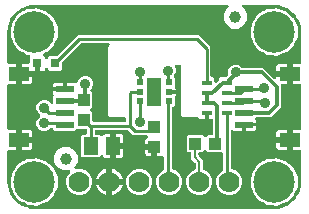
<source format=gbr>
G04 EAGLE Gerber RS-274X export*
G75*
%MOMM*%
%FSLAX34Y34*%
%LPD*%
%INTop Copper*%
%IPPOS*%
%AMOC8*
5,1,8,0,0,1.08239X$1,22.5*%
G01*
%ADD10R,1.240000X1.500000*%
%ADD11R,1.000000X1.075000*%
%ADD12R,0.900000X0.450000*%
%ADD13C,3.516000*%
%ADD14R,1.550000X0.600000*%
%ADD15R,1.800000X1.200000*%
%ADD16C,1.000000*%
%ADD17R,0.800000X0.800000*%
%ADD18R,1.200000X2.400000*%
%ADD19R,0.600000X0.500000*%
%ADD20C,1.778000*%
%ADD21R,1.075000X1.000000*%
%ADD22C,0.254000*%
%ADD23C,0.906400*%
%ADD24C,0.304800*%
%ADD25C,0.203200*%

G36*
X228622Y2543D02*
X228622Y2543D01*
X228700Y2545D01*
X232077Y2810D01*
X232145Y2824D01*
X232214Y2829D01*
X232370Y2869D01*
X238794Y4956D01*
X238901Y5006D01*
X239012Y5050D01*
X239063Y5083D01*
X239082Y5091D01*
X239097Y5104D01*
X239148Y5136D01*
X244612Y9107D01*
X244699Y9188D01*
X244746Y9227D01*
X244752Y9231D01*
X244753Y9233D01*
X244791Y9264D01*
X244829Y9310D01*
X244844Y9324D01*
X244855Y9341D01*
X244893Y9387D01*
X246586Y11717D01*
X246599Y11741D01*
X246616Y11761D01*
X246675Y11879D01*
X246739Y11996D01*
X246746Y12022D01*
X246758Y12046D01*
X246785Y12174D01*
X246799Y12185D01*
X246823Y12196D01*
X246925Y12281D01*
X247031Y12361D01*
X247048Y12382D01*
X247068Y12398D01*
X247171Y12522D01*
X248864Y14852D01*
X248921Y14956D01*
X248985Y15056D01*
X249007Y15113D01*
X249017Y15131D01*
X249022Y15151D01*
X249044Y15206D01*
X251131Y21630D01*
X251144Y21698D01*
X251167Y21764D01*
X251190Y21923D01*
X251455Y25300D01*
X251455Y25304D01*
X251456Y25307D01*
X251455Y25326D01*
X251459Y25400D01*
X251459Y51090D01*
X251444Y51208D01*
X251437Y51327D01*
X251424Y51365D01*
X251419Y51406D01*
X251376Y51516D01*
X251339Y51629D01*
X251317Y51664D01*
X251302Y51701D01*
X251233Y51797D01*
X251169Y51898D01*
X251139Y51926D01*
X251116Y51959D01*
X251024Y52035D01*
X250937Y52116D01*
X250902Y52136D01*
X250871Y52161D01*
X250763Y52212D01*
X250659Y52270D01*
X250619Y52280D01*
X250583Y52297D01*
X250466Y52319D01*
X250351Y52349D01*
X250291Y52353D01*
X250271Y52357D01*
X250250Y52355D01*
X250190Y52359D01*
X244364Y52359D01*
X244364Y59630D01*
X244349Y59748D01*
X244342Y59867D01*
X244329Y59905D01*
X244324Y59945D01*
X244280Y60056D01*
X244244Y60169D01*
X244222Y60204D01*
X244207Y60241D01*
X244137Y60337D01*
X244074Y60438D01*
X244044Y60466D01*
X244020Y60498D01*
X243929Y60574D01*
X243842Y60656D01*
X243807Y60675D01*
X243775Y60701D01*
X243668Y60752D01*
X243564Y60809D01*
X243524Y60820D01*
X243488Y60837D01*
X243371Y60859D01*
X243256Y60889D01*
X243195Y60893D01*
X243175Y60897D01*
X243155Y60895D01*
X243095Y60899D01*
X241824Y60899D01*
X241824Y60901D01*
X243095Y60901D01*
X243213Y60916D01*
X243332Y60923D01*
X243370Y60936D01*
X243410Y60941D01*
X243521Y60985D01*
X243634Y61021D01*
X243669Y61043D01*
X243706Y61058D01*
X243802Y61128D01*
X243903Y61191D01*
X243931Y61221D01*
X243963Y61245D01*
X244039Y61336D01*
X244121Y61423D01*
X244140Y61458D01*
X244166Y61490D01*
X244217Y61597D01*
X244274Y61701D01*
X244285Y61741D01*
X244302Y61777D01*
X244324Y61894D01*
X244354Y62009D01*
X244358Y62070D01*
X244362Y62090D01*
X244360Y62109D01*
X244362Y62115D01*
X244361Y62122D01*
X244364Y62170D01*
X244364Y69441D01*
X250190Y69441D01*
X250308Y69456D01*
X250427Y69463D01*
X250465Y69475D01*
X250506Y69481D01*
X250616Y69524D01*
X250729Y69561D01*
X250764Y69583D01*
X250801Y69598D01*
X250897Y69667D01*
X250998Y69731D01*
X251026Y69761D01*
X251059Y69784D01*
X251135Y69876D01*
X251216Y69963D01*
X251236Y69998D01*
X251261Y70029D01*
X251312Y70137D01*
X251370Y70241D01*
X251380Y70281D01*
X251397Y70317D01*
X251419Y70434D01*
X251449Y70549D01*
X251453Y70609D01*
X251457Y70629D01*
X251455Y70650D01*
X251459Y70710D01*
X251459Y107090D01*
X251444Y107208D01*
X251437Y107327D01*
X251424Y107365D01*
X251419Y107406D01*
X251376Y107516D01*
X251339Y107629D01*
X251317Y107664D01*
X251302Y107701D01*
X251233Y107797D01*
X251169Y107898D01*
X251139Y107926D01*
X251116Y107959D01*
X251024Y108035D01*
X250937Y108116D01*
X250902Y108136D01*
X250871Y108161D01*
X250763Y108212D01*
X250659Y108270D01*
X250619Y108280D01*
X250583Y108297D01*
X250466Y108319D01*
X250351Y108349D01*
X250291Y108353D01*
X250271Y108357D01*
X250250Y108355D01*
X250190Y108359D01*
X244364Y108359D01*
X244364Y115630D01*
X244349Y115748D01*
X244342Y115867D01*
X244329Y115905D01*
X244324Y115945D01*
X244280Y116056D01*
X244244Y116169D01*
X244222Y116204D01*
X244207Y116241D01*
X244137Y116337D01*
X244074Y116438D01*
X244044Y116466D01*
X244020Y116498D01*
X243929Y116574D01*
X243842Y116656D01*
X243807Y116675D01*
X243775Y116701D01*
X243668Y116752D01*
X243564Y116809D01*
X243524Y116820D01*
X243488Y116837D01*
X243371Y116859D01*
X243256Y116889D01*
X243195Y116893D01*
X243175Y116897D01*
X243155Y116895D01*
X243095Y116899D01*
X241824Y116899D01*
X241824Y116901D01*
X243095Y116901D01*
X243213Y116916D01*
X243332Y116923D01*
X243370Y116936D01*
X243410Y116941D01*
X243521Y116985D01*
X243634Y117021D01*
X243669Y117043D01*
X243706Y117058D01*
X243802Y117128D01*
X243903Y117191D01*
X243931Y117221D01*
X243963Y117245D01*
X244039Y117336D01*
X244121Y117423D01*
X244140Y117458D01*
X244166Y117490D01*
X244217Y117597D01*
X244274Y117701D01*
X244285Y117741D01*
X244302Y117777D01*
X244324Y117894D01*
X244354Y118009D01*
X244358Y118070D01*
X244362Y118090D01*
X244360Y118110D01*
X244364Y118170D01*
X244364Y125441D01*
X250190Y125441D01*
X250308Y125456D01*
X250427Y125463D01*
X250465Y125475D01*
X250506Y125481D01*
X250616Y125524D01*
X250729Y125561D01*
X250764Y125583D01*
X250801Y125598D01*
X250897Y125667D01*
X250998Y125731D01*
X251026Y125761D01*
X251059Y125784D01*
X251135Y125876D01*
X251216Y125963D01*
X251236Y125998D01*
X251261Y126029D01*
X251312Y126137D01*
X251370Y126241D01*
X251380Y126281D01*
X251397Y126317D01*
X251419Y126434D01*
X251449Y126549D01*
X251453Y126609D01*
X251457Y126629D01*
X251455Y126650D01*
X251459Y126710D01*
X251459Y152400D01*
X251457Y152422D01*
X251455Y152500D01*
X251190Y155877D01*
X251176Y155945D01*
X251171Y156014D01*
X251131Y156170D01*
X249044Y162594D01*
X248993Y162701D01*
X248950Y162812D01*
X248917Y162863D01*
X248909Y162882D01*
X248896Y162897D01*
X248864Y162948D01*
X247171Y165277D01*
X247153Y165297D01*
X247139Y165320D01*
X247044Y165413D01*
X246953Y165509D01*
X246931Y165524D01*
X246912Y165542D01*
X246798Y165608D01*
X246792Y165624D01*
X246789Y165651D01*
X246740Y165775D01*
X246697Y165900D01*
X246682Y165922D01*
X246672Y165947D01*
X246586Y166083D01*
X244893Y168413D01*
X244812Y168499D01*
X244736Y168591D01*
X244690Y168629D01*
X244676Y168644D01*
X244658Y168655D01*
X244612Y168693D01*
X239148Y172664D01*
X239044Y172721D01*
X238944Y172785D01*
X238887Y172807D01*
X238869Y172817D01*
X238849Y172822D01*
X238794Y172844D01*
X232370Y174931D01*
X232302Y174944D01*
X232236Y174967D01*
X232077Y174990D01*
X228700Y175255D01*
X228678Y175254D01*
X228600Y175259D01*
X202548Y175259D01*
X202404Y175241D01*
X202259Y175226D01*
X202246Y175221D01*
X202232Y175219D01*
X202097Y175166D01*
X201960Y175115D01*
X201949Y175107D01*
X201937Y175102D01*
X201819Y175017D01*
X201699Y174934D01*
X201690Y174924D01*
X201679Y174916D01*
X201586Y174803D01*
X201491Y174693D01*
X201485Y174681D01*
X201477Y174671D01*
X201415Y174539D01*
X201350Y174408D01*
X201347Y174395D01*
X201341Y174383D01*
X201314Y174241D01*
X201283Y174097D01*
X201284Y174084D01*
X201281Y174071D01*
X201290Y173926D01*
X201296Y173780D01*
X201300Y173767D01*
X201301Y173753D01*
X201346Y173615D01*
X201388Y173475D01*
X201395Y173463D01*
X201399Y173451D01*
X201477Y173327D01*
X201552Y173203D01*
X201562Y173193D01*
X201569Y173182D01*
X201676Y173082D01*
X201779Y172980D01*
X201795Y172970D01*
X201801Y172964D01*
X201816Y172956D01*
X201913Y172891D01*
X202837Y172357D01*
X205494Y167756D01*
X205494Y162444D01*
X202837Y157843D01*
X198236Y155186D01*
X192924Y155186D01*
X188323Y157843D01*
X185666Y162444D01*
X185666Y167756D01*
X188323Y172357D01*
X189247Y172891D01*
X189363Y172979D01*
X189481Y173064D01*
X189489Y173075D01*
X189500Y173083D01*
X189590Y173197D01*
X189683Y173309D01*
X189689Y173322D01*
X189698Y173332D01*
X189757Y173466D01*
X189819Y173597D01*
X189821Y173610D01*
X189827Y173623D01*
X189852Y173767D01*
X189879Y173910D01*
X189878Y173923D01*
X189880Y173936D01*
X189868Y174082D01*
X189859Y174227D01*
X189855Y174240D01*
X189854Y174253D01*
X189806Y174391D01*
X189761Y174529D01*
X189754Y174541D01*
X189749Y174554D01*
X189669Y174675D01*
X189591Y174798D01*
X189581Y174807D01*
X189573Y174819D01*
X189465Y174916D01*
X189359Y175016D01*
X189347Y175023D01*
X189337Y175032D01*
X189208Y175099D01*
X189081Y175170D01*
X189068Y175173D01*
X189056Y175179D01*
X188914Y175213D01*
X188773Y175249D01*
X188754Y175250D01*
X188746Y175252D01*
X188729Y175252D01*
X188612Y175259D01*
X25400Y175259D01*
X25378Y175257D01*
X25300Y175255D01*
X21923Y174990D01*
X21855Y174976D01*
X21786Y174971D01*
X21630Y174931D01*
X18892Y174041D01*
X18867Y174030D01*
X18841Y174024D01*
X18724Y173963D01*
X18604Y173906D01*
X18583Y173889D01*
X18560Y173877D01*
X18462Y173789D01*
X18445Y173788D01*
X18418Y173793D01*
X18286Y173785D01*
X18153Y173783D01*
X18127Y173775D01*
X18101Y173774D01*
X17945Y173734D01*
X15206Y172844D01*
X15099Y172794D01*
X14988Y172750D01*
X14937Y172717D01*
X14918Y172709D01*
X14903Y172696D01*
X14852Y172664D01*
X9388Y168693D01*
X9301Y168612D01*
X9209Y168536D01*
X9171Y168490D01*
X9156Y168476D01*
X9145Y168458D01*
X9107Y168412D01*
X5136Y162948D01*
X5079Y162844D01*
X5015Y162744D01*
X4993Y162687D01*
X4983Y162669D01*
X4978Y162649D01*
X4956Y162594D01*
X2869Y156170D01*
X2856Y156102D01*
X2833Y156036D01*
X2810Y155877D01*
X2545Y152500D01*
X2546Y152478D01*
X2541Y152400D01*
X2541Y126710D01*
X2556Y126592D01*
X2563Y126473D01*
X2576Y126435D01*
X2581Y126394D01*
X2624Y126284D01*
X2661Y126171D01*
X2683Y126136D01*
X2698Y126099D01*
X2768Y126002D01*
X2831Y125902D01*
X2861Y125874D01*
X2884Y125841D01*
X2976Y125765D01*
X3063Y125684D01*
X3098Y125664D01*
X3129Y125639D01*
X3237Y125588D01*
X3341Y125530D01*
X3381Y125520D01*
X3417Y125503D01*
X3534Y125481D01*
X3649Y125451D01*
X3709Y125447D01*
X3729Y125443D01*
X3750Y125445D01*
X3810Y125441D01*
X9636Y125441D01*
X9636Y118170D01*
X9651Y118052D01*
X9658Y117933D01*
X9671Y117895D01*
X9676Y117855D01*
X9719Y117744D01*
X9756Y117631D01*
X9778Y117596D01*
X9793Y117559D01*
X9863Y117463D01*
X9926Y117362D01*
X9956Y117334D01*
X9980Y117302D01*
X10071Y117226D01*
X10158Y117144D01*
X10193Y117125D01*
X10224Y117099D01*
X10332Y117048D01*
X10436Y116991D01*
X10476Y116980D01*
X10512Y116963D01*
X10629Y116941D01*
X10744Y116911D01*
X10805Y116907D01*
X10825Y116903D01*
X10845Y116905D01*
X10905Y116901D01*
X12176Y116901D01*
X12176Y116899D01*
X10905Y116899D01*
X10787Y116884D01*
X10668Y116877D01*
X10630Y116864D01*
X10590Y116859D01*
X10479Y116815D01*
X10366Y116779D01*
X10331Y116757D01*
X10294Y116742D01*
X10198Y116672D01*
X10097Y116609D01*
X10069Y116579D01*
X10036Y116555D01*
X9961Y116464D01*
X9879Y116377D01*
X9859Y116342D01*
X9834Y116310D01*
X9783Y116203D01*
X9725Y116099D01*
X9715Y116059D01*
X9698Y116023D01*
X9676Y115906D01*
X9646Y115791D01*
X9642Y115730D01*
X9638Y115710D01*
X9640Y115690D01*
X9636Y115630D01*
X9636Y108359D01*
X3810Y108359D01*
X3692Y108344D01*
X3573Y108337D01*
X3535Y108324D01*
X3494Y108319D01*
X3384Y108276D01*
X3271Y108239D01*
X3236Y108217D01*
X3199Y108202D01*
X3103Y108133D01*
X3002Y108069D01*
X2974Y108039D01*
X2941Y108016D01*
X2865Y107924D01*
X2784Y107837D01*
X2764Y107802D01*
X2739Y107771D01*
X2688Y107663D01*
X2630Y107559D01*
X2620Y107519D01*
X2603Y107483D01*
X2581Y107366D01*
X2551Y107251D01*
X2547Y107191D01*
X2543Y107171D01*
X2545Y107150D01*
X2541Y107090D01*
X2541Y70710D01*
X2556Y70592D01*
X2563Y70473D01*
X2576Y70435D01*
X2581Y70394D01*
X2624Y70284D01*
X2661Y70171D01*
X2683Y70136D01*
X2698Y70099D01*
X2768Y70002D01*
X2831Y69902D01*
X2861Y69874D01*
X2884Y69841D01*
X2976Y69765D01*
X3063Y69684D01*
X3098Y69664D01*
X3129Y69639D01*
X3237Y69588D01*
X3341Y69530D01*
X3381Y69520D01*
X3417Y69503D01*
X3534Y69481D01*
X3649Y69451D01*
X3709Y69447D01*
X3729Y69443D01*
X3750Y69445D01*
X3810Y69441D01*
X9636Y69441D01*
X9636Y62170D01*
X9651Y62052D01*
X9658Y61933D01*
X9671Y61895D01*
X9676Y61855D01*
X9719Y61744D01*
X9756Y61631D01*
X9778Y61596D01*
X9793Y61559D01*
X9863Y61463D01*
X9926Y61362D01*
X9956Y61334D01*
X9980Y61302D01*
X10071Y61226D01*
X10158Y61144D01*
X10193Y61125D01*
X10224Y61099D01*
X10332Y61048D01*
X10436Y60991D01*
X10476Y60980D01*
X10512Y60963D01*
X10629Y60941D01*
X10744Y60911D01*
X10805Y60907D01*
X10825Y60903D01*
X10845Y60905D01*
X10905Y60901D01*
X12176Y60901D01*
X12176Y60899D01*
X10905Y60899D01*
X10787Y60884D01*
X10668Y60877D01*
X10630Y60864D01*
X10590Y60859D01*
X10479Y60815D01*
X10366Y60779D01*
X10331Y60757D01*
X10294Y60742D01*
X10198Y60672D01*
X10097Y60609D01*
X10069Y60579D01*
X10036Y60555D01*
X9961Y60464D01*
X9879Y60377D01*
X9859Y60342D01*
X9834Y60310D01*
X9783Y60203D01*
X9725Y60099D01*
X9715Y60059D01*
X9698Y60023D01*
X9676Y59906D01*
X9646Y59791D01*
X9642Y59730D01*
X9638Y59710D01*
X9640Y59690D01*
X9636Y59630D01*
X9636Y52359D01*
X3810Y52359D01*
X3692Y52344D01*
X3573Y52337D01*
X3535Y52324D01*
X3494Y52319D01*
X3384Y52276D01*
X3271Y52239D01*
X3236Y52217D01*
X3199Y52202D01*
X3103Y52133D01*
X3002Y52069D01*
X2974Y52039D01*
X2941Y52016D01*
X2865Y51924D01*
X2784Y51837D01*
X2764Y51802D01*
X2739Y51771D01*
X2688Y51663D01*
X2630Y51559D01*
X2620Y51519D01*
X2603Y51483D01*
X2581Y51366D01*
X2551Y51251D01*
X2547Y51191D01*
X2543Y51171D01*
X2545Y51150D01*
X2541Y51090D01*
X2541Y25400D01*
X2543Y25378D01*
X2545Y25300D01*
X2810Y21923D01*
X2824Y21855D01*
X2829Y21786D01*
X2869Y21630D01*
X4956Y15206D01*
X5006Y15099D01*
X5050Y14988D01*
X5083Y14937D01*
X5091Y14918D01*
X5104Y14903D01*
X5136Y14852D01*
X9107Y9388D01*
X9127Y9366D01*
X9138Y9348D01*
X9184Y9305D01*
X9188Y9301D01*
X9264Y9209D01*
X9310Y9171D01*
X9324Y9156D01*
X9342Y9145D01*
X9388Y9107D01*
X14852Y5136D01*
X14956Y5079D01*
X15056Y5015D01*
X15113Y4993D01*
X15131Y4983D01*
X15151Y4978D01*
X15206Y4956D01*
X17945Y4066D01*
X17971Y4061D01*
X17996Y4051D01*
X18127Y4031D01*
X18257Y4006D01*
X18284Y4008D01*
X18310Y4004D01*
X18441Y4018D01*
X18455Y4008D01*
X18474Y3989D01*
X18585Y3917D01*
X18694Y3842D01*
X18719Y3832D01*
X18742Y3818D01*
X18892Y3759D01*
X21630Y2869D01*
X21698Y2856D01*
X21764Y2833D01*
X21923Y2810D01*
X25300Y2545D01*
X25322Y2546D01*
X25400Y2541D01*
X228600Y2541D01*
X228622Y2543D01*
G37*
%LPC*%
G36*
X137527Y14477D02*
X137527Y14477D01*
X133513Y16140D01*
X130440Y19213D01*
X128777Y23227D01*
X128777Y27573D01*
X130440Y31587D01*
X133513Y34660D01*
X134144Y34921D01*
X134169Y34936D01*
X134197Y34945D01*
X134307Y35014D01*
X134420Y35079D01*
X134441Y35099D01*
X134466Y35115D01*
X134555Y35210D01*
X134648Y35300D01*
X134664Y35325D01*
X134684Y35347D01*
X134747Y35460D01*
X134815Y35571D01*
X134823Y35599D01*
X134838Y35625D01*
X134870Y35751D01*
X134908Y35875D01*
X134910Y35905D01*
X134917Y35933D01*
X134927Y36094D01*
X134927Y46183D01*
X134911Y46314D01*
X134900Y46446D01*
X134891Y46472D01*
X134887Y46498D01*
X134839Y46622D01*
X134795Y46747D01*
X134780Y46769D01*
X134770Y46794D01*
X134693Y46901D01*
X134619Y47012D01*
X134599Y47030D01*
X134584Y47051D01*
X134482Y47136D01*
X134383Y47225D01*
X134359Y47237D01*
X134339Y47254D01*
X134219Y47311D01*
X134101Y47372D01*
X134075Y47378D01*
X134051Y47390D01*
X133921Y47415D01*
X133792Y47445D01*
X133765Y47445D01*
X133739Y47450D01*
X133607Y47441D01*
X133474Y47439D01*
X133448Y47431D01*
X133421Y47430D01*
X133295Y47389D01*
X133168Y47354D01*
X133133Y47337D01*
X133119Y47332D01*
X133100Y47320D01*
X133023Y47282D01*
X132981Y47257D01*
X132334Y47084D01*
X129499Y47084D01*
X129499Y53770D01*
X129484Y53888D01*
X129477Y54007D01*
X129464Y54045D01*
X129459Y54085D01*
X129416Y54196D01*
X129379Y54309D01*
X129357Y54343D01*
X129342Y54381D01*
X129273Y54477D01*
X129209Y54578D01*
X129179Y54606D01*
X129156Y54638D01*
X129064Y54714D01*
X128977Y54796D01*
X128942Y54815D01*
X128911Y54841D01*
X128803Y54892D01*
X128699Y54949D01*
X128659Y54959D01*
X128623Y54977D01*
X128506Y54999D01*
X128391Y55029D01*
X128331Y55033D01*
X128311Y55036D01*
X128290Y55035D01*
X128230Y55039D01*
X127039Y55039D01*
X127039Y56230D01*
X127024Y56348D01*
X127017Y56467D01*
X127004Y56505D01*
X126999Y56546D01*
X126955Y56656D01*
X126919Y56769D01*
X126897Y56804D01*
X126882Y56841D01*
X126812Y56937D01*
X126749Y57038D01*
X126719Y57066D01*
X126695Y57099D01*
X126604Y57175D01*
X126517Y57256D01*
X126482Y57276D01*
X126450Y57301D01*
X126343Y57352D01*
X126238Y57410D01*
X126199Y57420D01*
X126163Y57437D01*
X126046Y57459D01*
X125930Y57489D01*
X125870Y57493D01*
X125850Y57497D01*
X125830Y57495D01*
X125770Y57499D01*
X119459Y57499D01*
X119459Y60709D01*
X119632Y61356D01*
X119967Y61935D01*
X120440Y62408D01*
X120847Y62643D01*
X120947Y62719D01*
X121052Y62790D01*
X121074Y62815D01*
X121101Y62836D01*
X121179Y62934D01*
X121262Y63028D01*
X121277Y63058D01*
X121298Y63085D01*
X121349Y63199D01*
X121407Y63312D01*
X121414Y63344D01*
X121428Y63375D01*
X121449Y63499D01*
X121476Y63622D01*
X121475Y63656D01*
X121481Y63689D01*
X121470Y63814D01*
X121467Y63940D01*
X121457Y63972D01*
X121454Y64006D01*
X121413Y64124D01*
X121378Y64245D01*
X121361Y64274D01*
X121350Y64306D01*
X121281Y64411D01*
X121217Y64519D01*
X121184Y64556D01*
X121174Y64571D01*
X121158Y64586D01*
X121110Y64640D01*
X121059Y64692D01*
X120981Y64752D01*
X120908Y64820D01*
X120855Y64849D01*
X120808Y64886D01*
X120717Y64926D01*
X120630Y64974D01*
X120571Y64989D01*
X120516Y65013D01*
X120418Y65028D01*
X120322Y65053D01*
X120222Y65059D01*
X120202Y65063D01*
X120189Y65061D01*
X120161Y65063D01*
X109336Y65063D01*
X105049Y69351D01*
X104970Y69411D01*
X104898Y69479D01*
X104845Y69508D01*
X104797Y69545D01*
X104706Y69585D01*
X104620Y69633D01*
X104561Y69648D01*
X104506Y69672D01*
X104408Y69687D01*
X104312Y69712D01*
X104212Y69718D01*
X104191Y69722D01*
X104179Y69720D01*
X104151Y69722D01*
X77622Y69722D01*
X77504Y69707D01*
X77385Y69700D01*
X77347Y69687D01*
X77306Y69682D01*
X77196Y69639D01*
X77083Y69602D01*
X77048Y69580D01*
X77011Y69565D01*
X76915Y69496D01*
X76814Y69432D01*
X76786Y69402D01*
X76753Y69379D01*
X76677Y69287D01*
X76596Y69200D01*
X76576Y69165D01*
X76551Y69134D01*
X76500Y69026D01*
X76442Y68922D01*
X76432Y68882D01*
X76415Y68846D01*
X76393Y68729D01*
X76363Y68614D01*
X76359Y68554D01*
X76355Y68534D01*
X76357Y68513D01*
X76353Y68453D01*
X76353Y66682D01*
X76368Y66564D01*
X76375Y66445D01*
X76388Y66407D01*
X76393Y66366D01*
X76436Y66256D01*
X76473Y66143D01*
X76495Y66108D01*
X76510Y66071D01*
X76579Y65975D01*
X76643Y65874D01*
X76673Y65846D01*
X76696Y65813D01*
X76788Y65737D01*
X76875Y65656D01*
X76910Y65636D01*
X76941Y65611D01*
X77049Y65560D01*
X77153Y65502D01*
X77193Y65492D01*
X77229Y65475D01*
X77346Y65453D01*
X77461Y65423D01*
X77521Y65419D01*
X77541Y65415D01*
X77562Y65417D01*
X77622Y65413D01*
X80092Y65413D01*
X81457Y64048D01*
X81556Y63971D01*
X81651Y63889D01*
X81681Y63874D01*
X81708Y63853D01*
X81823Y63803D01*
X81936Y63747D01*
X81969Y63740D01*
X82000Y63727D01*
X82124Y63707D01*
X82247Y63681D01*
X82281Y63682D01*
X82314Y63677D01*
X82439Y63688D01*
X82565Y63694D01*
X82597Y63703D01*
X82631Y63707D01*
X82749Y63749D01*
X82869Y63785D01*
X82898Y63803D01*
X82930Y63814D01*
X83034Y63885D01*
X83142Y63950D01*
X83165Y63974D01*
X83193Y63993D01*
X83276Y64087D01*
X83364Y64177D01*
X83391Y64217D01*
X83404Y64231D01*
X83414Y64251D01*
X83454Y64311D01*
X83817Y64940D01*
X84290Y65413D01*
X84869Y65748D01*
X85516Y65921D01*
X89511Y65921D01*
X89511Y57150D01*
X89526Y57032D01*
X89533Y56913D01*
X89546Y56875D01*
X89551Y56835D01*
X89594Y56724D01*
X89631Y56611D01*
X89653Y56576D01*
X89668Y56539D01*
X89738Y56443D01*
X89801Y56342D01*
X89831Y56314D01*
X89855Y56282D01*
X89946Y56206D01*
X90033Y56124D01*
X90068Y56105D01*
X90099Y56079D01*
X90207Y56028D01*
X90311Y55971D01*
X90351Y55960D01*
X90387Y55943D01*
X90504Y55921D01*
X90619Y55891D01*
X90680Y55887D01*
X90700Y55883D01*
X90720Y55885D01*
X90780Y55881D01*
X92051Y55881D01*
X92051Y55879D01*
X90780Y55879D01*
X90662Y55864D01*
X90543Y55857D01*
X90505Y55844D01*
X90465Y55839D01*
X90354Y55795D01*
X90241Y55759D01*
X90206Y55737D01*
X90169Y55722D01*
X90073Y55652D01*
X89972Y55589D01*
X89944Y55559D01*
X89911Y55535D01*
X89836Y55444D01*
X89754Y55357D01*
X89734Y55322D01*
X89709Y55290D01*
X89658Y55183D01*
X89600Y55079D01*
X89590Y55039D01*
X89573Y55003D01*
X89551Y54886D01*
X89521Y54771D01*
X89517Y54710D01*
X89513Y54690D01*
X89515Y54670D01*
X89514Y54666D01*
X89513Y54660D01*
X89514Y54655D01*
X89511Y54610D01*
X89511Y45839D01*
X85516Y45839D01*
X84869Y46012D01*
X84290Y46347D01*
X83817Y46820D01*
X83454Y47449D01*
X83378Y47549D01*
X83307Y47653D01*
X83282Y47676D01*
X83261Y47703D01*
X83163Y47781D01*
X83069Y47864D01*
X83039Y47879D01*
X83012Y47900D01*
X82897Y47951D01*
X82785Y48009D01*
X82752Y48016D01*
X82722Y48030D01*
X82597Y48051D01*
X82475Y48078D01*
X82441Y48077D01*
X82408Y48083D01*
X82283Y48072D01*
X82157Y48069D01*
X82125Y48059D01*
X82091Y48056D01*
X81972Y48015D01*
X81852Y47980D01*
X81823Y47963D01*
X81791Y47952D01*
X81686Y47882D01*
X81578Y47819D01*
X81541Y47786D01*
X81526Y47776D01*
X81511Y47760D01*
X81457Y47712D01*
X80092Y46347D01*
X66008Y46347D01*
X64817Y47538D01*
X64817Y64222D01*
X66008Y65413D01*
X68478Y65413D01*
X68596Y65428D01*
X68715Y65435D01*
X68753Y65448D01*
X68794Y65453D01*
X68904Y65496D01*
X69017Y65533D01*
X69052Y65555D01*
X69089Y65570D01*
X69185Y65639D01*
X69286Y65703D01*
X69314Y65733D01*
X69347Y65756D01*
X69423Y65848D01*
X69504Y65935D01*
X69524Y65970D01*
X69549Y66001D01*
X69600Y66109D01*
X69658Y66213D01*
X69668Y66253D01*
X69685Y66289D01*
X69707Y66406D01*
X69737Y66521D01*
X69741Y66581D01*
X69745Y66601D01*
X69743Y66622D01*
X69747Y66682D01*
X69747Y69183D01*
X69732Y69301D01*
X69725Y69420D01*
X69712Y69458D01*
X69707Y69499D01*
X69664Y69609D01*
X69627Y69722D01*
X69605Y69757D01*
X69590Y69794D01*
X69521Y69890D01*
X69457Y69991D01*
X69427Y70019D01*
X69404Y70052D01*
X69312Y70128D01*
X69225Y70209D01*
X69190Y70229D01*
X69159Y70254D01*
X69051Y70305D01*
X68947Y70363D01*
X68907Y70373D01*
X68871Y70390D01*
X68754Y70412D01*
X68639Y70442D01*
X68579Y70446D01*
X68559Y70450D01*
X68538Y70448D01*
X68478Y70452D01*
X61878Y70452D01*
X61780Y70440D01*
X61681Y70437D01*
X61622Y70420D01*
X61562Y70412D01*
X61470Y70376D01*
X61375Y70348D01*
X61323Y70318D01*
X61267Y70295D01*
X61186Y70237D01*
X61101Y70187D01*
X61026Y70121D01*
X61009Y70109D01*
X61001Y70099D01*
X60980Y70081D01*
X59767Y68867D01*
X42583Y68867D01*
X41392Y70058D01*
X41392Y70319D01*
X41375Y70457D01*
X41362Y70595D01*
X41355Y70615D01*
X41352Y70635D01*
X41301Y70764D01*
X41254Y70895D01*
X41243Y70912D01*
X41235Y70930D01*
X41154Y71043D01*
X41076Y71158D01*
X41060Y71171D01*
X41049Y71188D01*
X40941Y71276D01*
X40837Y71368D01*
X40819Y71378D01*
X40804Y71390D01*
X40678Y71450D01*
X40554Y71513D01*
X40534Y71517D01*
X40516Y71526D01*
X40380Y71552D01*
X40244Y71583D01*
X40223Y71582D01*
X40204Y71586D01*
X40065Y71577D01*
X39926Y71573D01*
X39906Y71567D01*
X39886Y71566D01*
X39754Y71523D01*
X39620Y71485D01*
X39603Y71474D01*
X39584Y71468D01*
X39466Y71393D01*
X39346Y71323D01*
X39325Y71304D01*
X39315Y71298D01*
X39301Y71283D01*
X39226Y71217D01*
X37374Y69365D01*
X34961Y68365D01*
X32349Y68365D01*
X29936Y69365D01*
X28090Y71211D01*
X27090Y73624D01*
X27090Y76236D01*
X28090Y78649D01*
X29989Y80548D01*
X30010Y80559D01*
X30025Y80573D01*
X30043Y80582D01*
X30143Y80679D01*
X30246Y80773D01*
X30257Y80790D01*
X30271Y80804D01*
X30344Y80923D01*
X30420Y81039D01*
X30427Y81058D01*
X30437Y81075D01*
X30478Y81208D01*
X30523Y81340D01*
X30525Y81360D01*
X30531Y81379D01*
X30537Y81517D01*
X30548Y81657D01*
X30545Y81677D01*
X30546Y81696D01*
X30518Y81833D01*
X30494Y81970D01*
X30486Y81988D01*
X30482Y82008D01*
X30421Y82133D01*
X30363Y82260D01*
X30351Y82276D01*
X30342Y82294D01*
X30252Y82400D01*
X30165Y82508D01*
X30149Y82520D01*
X30136Y82536D01*
X30022Y82616D01*
X30016Y82620D01*
X28090Y84546D01*
X27090Y86959D01*
X27090Y89571D01*
X28090Y91984D01*
X29936Y93830D01*
X32349Y94830D01*
X34961Y94830D01*
X37374Y93830D01*
X39226Y91978D01*
X39335Y91893D01*
X39442Y91805D01*
X39461Y91796D01*
X39477Y91783D01*
X39605Y91728D01*
X39730Y91669D01*
X39750Y91665D01*
X39769Y91657D01*
X39907Y91635D01*
X40043Y91609D01*
X40063Y91610D01*
X40083Y91607D01*
X40222Y91620D01*
X40360Y91629D01*
X40379Y91635D01*
X40399Y91637D01*
X40531Y91684D01*
X40662Y91727D01*
X40680Y91738D01*
X40699Y91745D01*
X40814Y91823D01*
X40931Y91897D01*
X40945Y91912D01*
X40962Y91923D01*
X41054Y92028D01*
X41149Y92129D01*
X41159Y92146D01*
X41172Y92162D01*
X41236Y92286D01*
X41303Y92407D01*
X41308Y92427D01*
X41317Y92445D01*
X41347Y92581D01*
X41382Y92715D01*
X41384Y92743D01*
X41387Y92755D01*
X41386Y92776D01*
X41392Y92876D01*
X41392Y97767D01*
X41446Y97827D01*
X41464Y97863D01*
X41489Y97895D01*
X41536Y98004D01*
X41590Y98111D01*
X41599Y98150D01*
X41615Y98186D01*
X41634Y98304D01*
X41660Y98421D01*
X41658Y98461D01*
X41665Y98500D01*
X41654Y98619D01*
X41650Y98739D01*
X41639Y98777D01*
X41635Y98817D01*
X41595Y98929D01*
X41561Y99044D01*
X41541Y99079D01*
X41527Y99116D01*
X41480Y99186D01*
X41475Y99195D01*
X41057Y99919D01*
X40884Y100566D01*
X40884Y102401D01*
X50945Y102401D01*
X51063Y102416D01*
X51182Y102423D01*
X51220Y102435D01*
X51260Y102441D01*
X51371Y102484D01*
X51484Y102521D01*
X51518Y102543D01*
X51556Y102558D01*
X51652Y102627D01*
X51753Y102691D01*
X51781Y102721D01*
X51813Y102744D01*
X51889Y102836D01*
X51971Y102923D01*
X51990Y102958D01*
X52016Y102989D01*
X52036Y103033D01*
X52112Y103088D01*
X52213Y103151D01*
X52241Y103181D01*
X52274Y103205D01*
X52350Y103296D01*
X52431Y103383D01*
X52451Y103418D01*
X52476Y103450D01*
X52527Y103557D01*
X52585Y103662D01*
X52595Y103701D01*
X52612Y103737D01*
X52634Y103854D01*
X52664Y103970D01*
X52668Y104030D01*
X52672Y104050D01*
X52670Y104070D01*
X52674Y104130D01*
X52674Y109441D01*
X59259Y109441D01*
X59906Y109268D01*
X60146Y109129D01*
X60186Y109112D01*
X60222Y109088D01*
X60332Y109050D01*
X60440Y109005D01*
X60482Y108999D01*
X60523Y108985D01*
X60639Y108976D01*
X60754Y108959D01*
X60797Y108963D01*
X60840Y108960D01*
X60955Y108980D01*
X61070Y108992D01*
X61111Y109007D01*
X61153Y109014D01*
X61259Y109062D01*
X61369Y109103D01*
X61404Y109127D01*
X61443Y109145D01*
X61534Y109218D01*
X61630Y109284D01*
X61658Y109317D01*
X61691Y109343D01*
X61761Y109436D01*
X61838Y109525D01*
X61857Y109563D01*
X61883Y109598D01*
X61954Y109742D01*
X63015Y112304D01*
X64861Y114150D01*
X67274Y115150D01*
X69886Y115150D01*
X72299Y114150D01*
X74145Y112304D01*
X75145Y109891D01*
X75145Y107279D01*
X74145Y104866D01*
X73247Y103968D01*
X73174Y103874D01*
X73095Y103785D01*
X73077Y103748D01*
X73052Y103717D01*
X73005Y103607D01*
X72950Y103501D01*
X72942Y103462D01*
X72926Y103425D01*
X72907Y103307D01*
X72881Y103191D01*
X72882Y103151D01*
X72876Y103111D01*
X72887Y102992D01*
X72890Y102873D01*
X72902Y102834D01*
X72905Y102794D01*
X72946Y102682D01*
X72979Y102568D01*
X72999Y102533D01*
X73013Y102495D01*
X73080Y102396D01*
X73140Y102294D01*
X73180Y102249D01*
X73192Y102232D01*
X73207Y102218D01*
X73247Y102173D01*
X74343Y101077D01*
X74343Y88643D01*
X72957Y87258D01*
X72884Y87163D01*
X72805Y87074D01*
X72787Y87038D01*
X72762Y87006D01*
X72715Y86897D01*
X72661Y86791D01*
X72652Y86752D01*
X72636Y86714D01*
X72617Y86597D01*
X72591Y86481D01*
X72592Y86440D01*
X72586Y86400D01*
X72597Y86282D01*
X72601Y86163D01*
X72612Y86124D01*
X72616Y86084D01*
X72656Y85971D01*
X72689Y85857D01*
X72710Y85823D01*
X72723Y85784D01*
X72790Y85686D01*
X72851Y85583D01*
X72891Y85538D01*
X72902Y85521D01*
X72917Y85508D01*
X72957Y85463D01*
X74343Y84077D01*
X74343Y77597D01*
X74358Y77479D01*
X74365Y77360D01*
X74378Y77322D01*
X74383Y77281D01*
X74426Y77171D01*
X74463Y77058D01*
X74485Y77023D01*
X74500Y76986D01*
X74569Y76890D01*
X74633Y76789D01*
X74663Y76761D01*
X74686Y76728D01*
X74778Y76652D01*
X74865Y76571D01*
X74900Y76551D01*
X74931Y76526D01*
X75039Y76475D01*
X75143Y76417D01*
X75183Y76407D01*
X75219Y76390D01*
X75336Y76368D01*
X75451Y76338D01*
X75511Y76334D01*
X75531Y76330D01*
X75552Y76332D01*
X75612Y76328D01*
X102108Y76328D01*
X102226Y76343D01*
X102345Y76350D01*
X102383Y76363D01*
X102424Y76368D01*
X102534Y76411D01*
X102647Y76448D01*
X102682Y76470D01*
X102719Y76485D01*
X102815Y76554D01*
X102916Y76618D01*
X102944Y76648D01*
X102977Y76671D01*
X103053Y76763D01*
X103134Y76850D01*
X103154Y76885D01*
X103179Y76916D01*
X103230Y77024D01*
X103288Y77128D01*
X103298Y77168D01*
X103315Y77204D01*
X103337Y77321D01*
X103367Y77436D01*
X103371Y77496D01*
X103375Y77516D01*
X103373Y77537D01*
X103377Y77597D01*
X103377Y78740D01*
X103362Y78858D01*
X103355Y78977D01*
X103342Y79015D01*
X103337Y79056D01*
X103294Y79166D01*
X103257Y79279D01*
X103235Y79314D01*
X103220Y79351D01*
X103151Y79447D01*
X103087Y79548D01*
X103057Y79576D01*
X103034Y79609D01*
X102942Y79685D01*
X102855Y79766D01*
X102820Y79786D01*
X102789Y79811D01*
X102681Y79862D01*
X102577Y79920D01*
X102537Y79930D01*
X102501Y79947D01*
X102384Y79969D01*
X102269Y79999D01*
X102209Y80003D01*
X102189Y80007D01*
X102168Y80005D01*
X102108Y80009D01*
X89118Y80009D01*
X87629Y81498D01*
X87629Y139482D01*
X88727Y140581D01*
X88812Y140690D01*
X88901Y140797D01*
X88910Y140816D01*
X88922Y140832D01*
X88978Y140959D01*
X89037Y141085D01*
X89041Y141105D01*
X89049Y141124D01*
X89071Y141262D01*
X89097Y141398D01*
X89095Y141418D01*
X89099Y141438D01*
X89085Y141577D01*
X89077Y141715D01*
X89071Y141734D01*
X89069Y141754D01*
X89022Y141886D01*
X88979Y142017D01*
X88968Y142035D01*
X88961Y142054D01*
X88883Y142168D01*
X88809Y142286D01*
X88794Y142300D01*
X88783Y142317D01*
X88678Y142409D01*
X88577Y142504D01*
X88559Y142514D01*
X88544Y142527D01*
X88420Y142591D01*
X88299Y142658D01*
X88279Y142663D01*
X88261Y142672D01*
X88125Y142702D01*
X87991Y142737D01*
X87963Y142739D01*
X87951Y142742D01*
X87930Y142741D01*
X87830Y142747D01*
X65274Y142747D01*
X65176Y142735D01*
X65077Y142732D01*
X65018Y142715D01*
X64958Y142707D01*
X64866Y142671D01*
X64771Y142643D01*
X64719Y142613D01*
X64663Y142590D01*
X64583Y142532D01*
X64497Y142482D01*
X64422Y142416D01*
X64405Y142404D01*
X64397Y142394D01*
X64376Y142376D01*
X49464Y127464D01*
X49404Y127385D01*
X49336Y127313D01*
X49307Y127260D01*
X49270Y127212D01*
X49230Y127121D01*
X49182Y127035D01*
X49167Y126976D01*
X49143Y126921D01*
X49128Y126823D01*
X49103Y126727D01*
X49097Y126627D01*
X49093Y126606D01*
X49095Y126594D01*
X49093Y126566D01*
X49093Y120888D01*
X47902Y119697D01*
X38218Y119697D01*
X37016Y120899D01*
X37008Y120962D01*
X36991Y121113D01*
X36988Y121119D01*
X36987Y121126D01*
X36931Y121268D01*
X36877Y121410D01*
X36873Y121416D01*
X36870Y121422D01*
X36782Y121544D01*
X36693Y121669D01*
X36688Y121674D01*
X36684Y121679D01*
X36565Y121777D01*
X36450Y121875D01*
X36444Y121878D01*
X36439Y121882D01*
X36302Y121946D01*
X36164Y122013D01*
X36157Y122015D01*
X36151Y122018D01*
X36003Y122046D01*
X35852Y122076D01*
X35845Y122076D01*
X35839Y122077D01*
X35687Y122068D01*
X35534Y122060D01*
X35528Y122058D01*
X35521Y122058D01*
X35376Y122010D01*
X35231Y121965D01*
X35225Y121962D01*
X35219Y121960D01*
X35090Y121878D01*
X34960Y121798D01*
X34956Y121793D01*
X34950Y121789D01*
X34845Y121678D01*
X34740Y121569D01*
X34737Y121563D01*
X34732Y121558D01*
X34658Y121424D01*
X34583Y121292D01*
X34581Y121283D01*
X34578Y121279D01*
X34576Y121269D01*
X34532Y121139D01*
X34428Y120749D01*
X34093Y120170D01*
X33620Y119697D01*
X33041Y119362D01*
X32394Y119189D01*
X30059Y119189D01*
X30059Y125000D01*
X30044Y125118D01*
X30037Y125237D01*
X30024Y125275D01*
X30019Y125315D01*
X29976Y125426D01*
X29939Y125539D01*
X29917Y125573D01*
X29902Y125611D01*
X29833Y125707D01*
X29769Y125808D01*
X29739Y125836D01*
X29716Y125868D01*
X29624Y125944D01*
X29537Y126026D01*
X29502Y126045D01*
X29471Y126071D01*
X29363Y126122D01*
X29259Y126179D01*
X29219Y126189D01*
X29183Y126207D01*
X29066Y126229D01*
X28951Y126259D01*
X28891Y126263D01*
X28871Y126266D01*
X28850Y126265D01*
X28790Y126269D01*
X27330Y126269D01*
X27212Y126254D01*
X27093Y126247D01*
X27055Y126234D01*
X27014Y126229D01*
X26904Y126185D01*
X26791Y126149D01*
X26756Y126127D01*
X26719Y126112D01*
X26622Y126042D01*
X26522Y125979D01*
X26494Y125949D01*
X26461Y125925D01*
X26385Y125834D01*
X26304Y125747D01*
X26284Y125712D01*
X26259Y125680D01*
X26208Y125573D01*
X26150Y125468D01*
X26140Y125429D01*
X26123Y125393D01*
X26101Y125276D01*
X26071Y125160D01*
X26067Y125100D01*
X26063Y125080D01*
X26065Y125060D01*
X26061Y125000D01*
X26061Y119189D01*
X23726Y119189D01*
X22954Y119396D01*
X22869Y119408D01*
X22786Y119429D01*
X22650Y119438D01*
X22639Y119439D01*
X22635Y119439D01*
X22626Y119439D01*
X14714Y119439D01*
X14714Y125441D01*
X20250Y125441D01*
X20368Y125456D01*
X20487Y125463D01*
X20525Y125476D01*
X20566Y125481D01*
X20676Y125524D01*
X20789Y125561D01*
X20824Y125583D01*
X20861Y125598D01*
X20957Y125667D01*
X21058Y125731D01*
X21086Y125761D01*
X21119Y125784D01*
X21194Y125876D01*
X21276Y125963D01*
X21296Y125998D01*
X21321Y126029D01*
X21372Y126137D01*
X21430Y126241D01*
X21440Y126280D01*
X21457Y126317D01*
X21479Y126434D01*
X21509Y126549D01*
X21513Y126609D01*
X21517Y126629D01*
X21515Y126650D01*
X21519Y126710D01*
X21519Y130064D01*
X21692Y130711D01*
X21899Y131068D01*
X21916Y131108D01*
X21939Y131144D01*
X21977Y131254D01*
X22022Y131361D01*
X22028Y131404D01*
X22042Y131445D01*
X22052Y131561D01*
X22069Y131676D01*
X22064Y131719D01*
X22068Y131762D01*
X22048Y131877D01*
X22036Y131992D01*
X22021Y132033D01*
X22013Y132075D01*
X21965Y132181D01*
X21925Y132291D01*
X21900Y132326D01*
X21883Y132365D01*
X21810Y132456D01*
X21743Y132552D01*
X21711Y132580D01*
X21684Y132613D01*
X21591Y132684D01*
X21503Y132760D01*
X21464Y132779D01*
X21430Y132805D01*
X21285Y132876D01*
X20951Y133014D01*
X20853Y133041D01*
X20757Y133077D01*
X20665Y133092D01*
X20644Y133098D01*
X20630Y133098D01*
X20598Y133104D01*
X19179Y133253D01*
X16215Y134964D01*
X16213Y134965D01*
X16210Y134967D01*
X16066Y135038D01*
X14290Y135773D01*
X13693Y136370D01*
X13626Y136422D01*
X13565Y136483D01*
X13451Y136558D01*
X13442Y136565D01*
X13438Y136567D01*
X13431Y136572D01*
X11929Y137439D01*
X10139Y139903D01*
X10126Y139917D01*
X10116Y139933D01*
X10009Y140054D01*
X8773Y141290D01*
X8357Y142296D01*
X8322Y142356D01*
X8297Y142420D01*
X8211Y142556D01*
X7008Y144211D01*
X6447Y146849D01*
X6436Y146883D01*
X6431Y146919D01*
X6379Y147071D01*
X5787Y148499D01*
X5787Y149822D01*
X5781Y149874D01*
X5783Y149926D01*
X5760Y150086D01*
X5268Y152400D01*
X5760Y154714D01*
X5764Y154767D01*
X5777Y154817D01*
X5787Y154978D01*
X5787Y156301D01*
X6379Y157729D01*
X6388Y157763D01*
X6404Y157795D01*
X6447Y157951D01*
X7008Y160589D01*
X8211Y162244D01*
X8244Y162305D01*
X8286Y162360D01*
X8357Y162504D01*
X8773Y163510D01*
X10009Y164746D01*
X10021Y164761D01*
X10036Y164773D01*
X10139Y164897D01*
X11929Y167361D01*
X13431Y168228D01*
X13499Y168280D01*
X13573Y168324D01*
X13675Y168414D01*
X13684Y168421D01*
X13687Y168424D01*
X13693Y168430D01*
X14290Y169027D01*
X16066Y169762D01*
X16068Y169764D01*
X16071Y169764D01*
X16215Y169836D01*
X18972Y171428D01*
X18993Y171444D01*
X19017Y171455D01*
X19119Y171540D01*
X19166Y171575D01*
X19203Y171568D01*
X19229Y171569D01*
X19256Y171565D01*
X19416Y171572D01*
X20598Y171696D01*
X20698Y171720D01*
X20799Y171734D01*
X20887Y171764D01*
X20908Y171769D01*
X20920Y171775D01*
X20951Y171786D01*
X21499Y172013D01*
X23543Y172013D01*
X23560Y172015D01*
X23676Y172020D01*
X27504Y172422D01*
X28573Y172075D01*
X28690Y172053D01*
X28805Y172023D01*
X28865Y172019D01*
X28885Y172015D01*
X28906Y172017D01*
X28965Y172013D01*
X29301Y172013D01*
X31209Y171223D01*
X31230Y171217D01*
X31303Y171188D01*
X35466Y169835D01*
X36078Y169285D01*
X36189Y169207D01*
X36297Y169126D01*
X36327Y169111D01*
X36339Y169103D01*
X36359Y169096D01*
X36441Y169055D01*
X36510Y169027D01*
X37805Y167732D01*
X37819Y167721D01*
X37853Y167686D01*
X41687Y164233D01*
X41900Y163756D01*
X41978Y163627D01*
X41979Y163626D01*
X42250Y162971D01*
X42255Y162963D01*
X42263Y162941D01*
X45092Y156586D01*
X45092Y148214D01*
X42263Y141859D01*
X42260Y141849D01*
X42250Y141829D01*
X41994Y141211D01*
X41975Y141187D01*
X41970Y141178D01*
X41967Y141174D01*
X41963Y141164D01*
X41900Y141044D01*
X41687Y140567D01*
X37853Y137114D01*
X37841Y137100D01*
X37805Y137068D01*
X36510Y135773D01*
X36441Y135745D01*
X36324Y135678D01*
X36204Y135615D01*
X36177Y135594D01*
X36165Y135587D01*
X36149Y135572D01*
X36078Y135515D01*
X35466Y134965D01*
X33448Y134309D01*
X33352Y134264D01*
X33252Y134227D01*
X33208Y134196D01*
X33160Y134174D01*
X33078Y134106D01*
X32991Y134046D01*
X32956Y134005D01*
X32915Y133971D01*
X32852Y133885D01*
X32783Y133805D01*
X32759Y133757D01*
X32728Y133714D01*
X32689Y133615D01*
X32641Y133520D01*
X32630Y133468D01*
X32611Y133418D01*
X32597Y133313D01*
X32575Y133209D01*
X32577Y133156D01*
X32571Y133103D01*
X32584Y132998D01*
X32588Y132891D01*
X32604Y132840D01*
X32610Y132787D01*
X32649Y132689D01*
X32680Y132587D01*
X32707Y132541D01*
X32727Y132491D01*
X32789Y132405D01*
X32844Y132315D01*
X32882Y132277D01*
X32914Y132234D01*
X32995Y132166D01*
X33071Y132092D01*
X33142Y132045D01*
X33159Y132031D01*
X33173Y132024D01*
X33205Y132003D01*
X33620Y131763D01*
X34093Y131290D01*
X34428Y130711D01*
X34532Y130321D01*
X34590Y130180D01*
X34646Y130038D01*
X34650Y130033D01*
X34652Y130026D01*
X34744Y129903D01*
X34832Y129781D01*
X34838Y129776D01*
X34842Y129771D01*
X34959Y129676D01*
X35077Y129578D01*
X35084Y129575D01*
X35089Y129571D01*
X35228Y129507D01*
X35365Y129442D01*
X35372Y129441D01*
X35378Y129438D01*
X35529Y129411D01*
X35678Y129383D01*
X35684Y129383D01*
X35691Y129382D01*
X35843Y129393D01*
X35995Y129402D01*
X36001Y129405D01*
X36008Y129405D01*
X36154Y129454D01*
X36297Y129500D01*
X36303Y129504D01*
X36310Y129506D01*
X36438Y129589D01*
X36566Y129671D01*
X36571Y129676D01*
X36576Y129679D01*
X36679Y129790D01*
X36784Y129902D01*
X36787Y129908D01*
X36792Y129913D01*
X36864Y130047D01*
X36938Y130181D01*
X36939Y130187D01*
X36942Y130193D01*
X36979Y130342D01*
X37017Y130489D01*
X37018Y130498D01*
X37019Y130502D01*
X37019Y130513D01*
X37022Y130567D01*
X38218Y131763D01*
X43896Y131763D01*
X43994Y131775D01*
X44093Y131778D01*
X44152Y131795D01*
X44212Y131803D01*
X44304Y131839D01*
X44399Y131867D01*
X44451Y131897D01*
X44507Y131920D01*
X44587Y131978D01*
X44673Y132028D01*
X44748Y132094D01*
X44765Y132106D01*
X44773Y132116D01*
X44794Y132134D01*
X62012Y149353D01*
X164563Y149353D01*
X174508Y139408D01*
X174508Y115072D01*
X174523Y114954D01*
X174530Y114835D01*
X174543Y114797D01*
X174548Y114756D01*
X174591Y114646D01*
X174628Y114533D01*
X174650Y114498D01*
X174665Y114461D01*
X174734Y114365D01*
X174798Y114264D01*
X174828Y114236D01*
X174851Y114203D01*
X174943Y114127D01*
X175030Y114046D01*
X175065Y114026D01*
X175096Y114001D01*
X175204Y113950D01*
X175308Y113892D01*
X175348Y113882D01*
X175384Y113865D01*
X175501Y113843D01*
X175616Y113813D01*
X175676Y113809D01*
X175696Y113805D01*
X175717Y113807D01*
X175777Y113803D01*
X176547Y113803D01*
X177738Y112612D01*
X177738Y110561D01*
X177755Y110423D01*
X177768Y110285D01*
X177775Y110265D01*
X177778Y110245D01*
X177829Y110116D01*
X177876Y109985D01*
X177887Y109968D01*
X177895Y109950D01*
X177976Y109837D01*
X178054Y109722D01*
X178070Y109709D01*
X178081Y109692D01*
X178189Y109603D01*
X178293Y109512D01*
X178311Y109502D01*
X178326Y109489D01*
X178452Y109430D01*
X178576Y109367D01*
X178596Y109363D01*
X178614Y109354D01*
X178750Y109328D01*
X178886Y109297D01*
X178907Y109298D01*
X178926Y109294D01*
X179065Y109303D01*
X179204Y109307D01*
X179224Y109313D01*
X179244Y109314D01*
X179376Y109357D01*
X179510Y109395D01*
X179527Y109406D01*
X179546Y109412D01*
X179664Y109486D01*
X179784Y109557D01*
X179805Y109576D01*
X179815Y109582D01*
X179829Y109597D01*
X179904Y109663D01*
X181301Y111059D01*
X181361Y111138D01*
X181429Y111210D01*
X181458Y111263D01*
X181495Y111311D01*
X181535Y111402D01*
X181583Y111488D01*
X181598Y111547D01*
X181622Y111603D01*
X181637Y111700D01*
X181662Y111796D01*
X181668Y111896D01*
X181672Y111917D01*
X181670Y111929D01*
X181672Y111957D01*
X181672Y112612D01*
X182863Y113803D01*
X186932Y113803D01*
X187030Y113815D01*
X187129Y113818D01*
X187187Y113835D01*
X187248Y113843D01*
X187340Y113879D01*
X187435Y113907D01*
X187487Y113937D01*
X187543Y113960D01*
X187623Y114018D01*
X187709Y114068D01*
X187784Y114134D01*
X187801Y114146D01*
X187808Y114156D01*
X187830Y114174D01*
X189249Y115594D01*
X189267Y115617D01*
X189289Y115636D01*
X189364Y115742D01*
X189444Y115845D01*
X189455Y115872D01*
X189472Y115896D01*
X189518Y116017D01*
X189570Y116137D01*
X189575Y116166D01*
X189585Y116194D01*
X189599Y116323D01*
X189620Y116451D01*
X189617Y116480D01*
X189620Y116510D01*
X189602Y116638D01*
X189595Y116711D01*
X189595Y119416D01*
X190595Y121829D01*
X192441Y123675D01*
X194854Y124675D01*
X197466Y124675D01*
X199879Y123675D01*
X201515Y122038D01*
X201594Y121978D01*
X201666Y121910D01*
X201719Y121881D01*
X201767Y121844D01*
X201858Y121804D01*
X201944Y121756D01*
X202003Y121741D01*
X202059Y121717D01*
X202157Y121702D01*
X202252Y121677D01*
X202352Y121671D01*
X202373Y121667D01*
X202385Y121669D01*
X202413Y121667D01*
X219278Y121667D01*
X221733Y119212D01*
X221733Y119211D01*
X228118Y112827D01*
X228227Y112742D01*
X228334Y112654D01*
X228353Y112645D01*
X228369Y112632D01*
X228497Y112577D01*
X228622Y112518D01*
X228642Y112514D01*
X228661Y112506D01*
X228799Y112484D01*
X228935Y112458D01*
X228955Y112459D01*
X228975Y112456D01*
X229114Y112469D01*
X229252Y112478D01*
X229271Y112484D01*
X229291Y112486D01*
X229423Y112533D01*
X229554Y112576D01*
X229572Y112587D01*
X229591Y112594D01*
X229706Y112672D01*
X229823Y112746D01*
X229837Y112761D01*
X229854Y112772D01*
X229946Y112876D01*
X230041Y112978D01*
X230051Y112996D01*
X230064Y113011D01*
X230128Y113135D01*
X230195Y113256D01*
X230200Y113276D01*
X230209Y113294D01*
X230239Y113430D01*
X230274Y113564D01*
X230276Y113592D01*
X230279Y113604D01*
X230278Y113625D01*
X230284Y113725D01*
X230284Y114361D01*
X239286Y114361D01*
X239286Y108359D01*
X235331Y108359D01*
X235213Y108344D01*
X235094Y108337D01*
X235056Y108324D01*
X235015Y108319D01*
X234905Y108276D01*
X234792Y108239D01*
X234757Y108217D01*
X234720Y108202D01*
X234624Y108133D01*
X234523Y108069D01*
X234495Y108039D01*
X234462Y108016D01*
X234386Y107924D01*
X234305Y107837D01*
X234285Y107802D01*
X234260Y107771D01*
X234209Y107663D01*
X234151Y107559D01*
X234141Y107519D01*
X234124Y107483D01*
X234102Y107366D01*
X234072Y107251D01*
X234068Y107191D01*
X234064Y107171D01*
X234066Y107150D01*
X234062Y107090D01*
X234062Y88697D01*
X225708Y80343D01*
X213719Y80343D01*
X213588Y80327D01*
X213456Y80316D01*
X213430Y80307D01*
X213404Y80303D01*
X213281Y80255D01*
X213155Y80211D01*
X213133Y80196D01*
X213108Y80186D01*
X213001Y80109D01*
X212890Y80035D01*
X212872Y80015D01*
X212851Y80000D01*
X212766Y79898D01*
X212678Y79799D01*
X212665Y79775D01*
X212648Y79755D01*
X212591Y79635D01*
X212530Y79518D01*
X212524Y79491D01*
X212512Y79467D01*
X212487Y79337D01*
X212457Y79208D01*
X212458Y79181D01*
X212452Y79155D01*
X212461Y79023D01*
X212463Y78890D01*
X212471Y78864D01*
X212472Y78837D01*
X212513Y78712D01*
X212548Y78584D01*
X212566Y78549D01*
X212570Y78535D01*
X212582Y78516D01*
X212620Y78439D01*
X212943Y77881D01*
X213116Y77234D01*
X213116Y75399D01*
X203055Y75399D01*
X202937Y75384D01*
X202818Y75377D01*
X202780Y75364D01*
X202740Y75359D01*
X202629Y75316D01*
X202516Y75279D01*
X202482Y75257D01*
X202444Y75242D01*
X202348Y75173D01*
X202247Y75109D01*
X202219Y75079D01*
X202187Y75056D01*
X202111Y74964D01*
X202029Y74877D01*
X202010Y74842D01*
X201984Y74811D01*
X201964Y74768D01*
X201887Y74712D01*
X201787Y74649D01*
X201759Y74619D01*
X201726Y74595D01*
X201650Y74504D01*
X201569Y74417D01*
X201549Y74382D01*
X201524Y74350D01*
X201473Y74243D01*
X201415Y74138D01*
X201405Y74099D01*
X201388Y74063D01*
X201366Y73946D01*
X201336Y73830D01*
X201332Y73770D01*
X201328Y73750D01*
X201330Y73730D01*
X201326Y73670D01*
X201326Y68359D01*
X194741Y68359D01*
X194094Y68532D01*
X193412Y68927D01*
X193289Y68978D01*
X193170Y69034D01*
X193143Y69039D01*
X193118Y69050D01*
X192987Y69069D01*
X192857Y69094D01*
X192831Y69092D01*
X192804Y69096D01*
X192672Y69083D01*
X192540Y69074D01*
X192514Y69066D01*
X192488Y69063D01*
X192363Y69017D01*
X192238Y68976D01*
X192215Y68962D01*
X192189Y68953D01*
X192081Y68877D01*
X191969Y68806D01*
X191950Y68786D01*
X191928Y68771D01*
X191842Y68671D01*
X191751Y68575D01*
X191738Y68551D01*
X191720Y68531D01*
X191661Y68412D01*
X191597Y68296D01*
X191591Y68270D01*
X191579Y68246D01*
X191551Y68116D01*
X191518Y67988D01*
X191516Y67950D01*
X191512Y67935D01*
X191513Y67913D01*
X191508Y67827D01*
X191508Y37592D01*
X191523Y37474D01*
X191530Y37355D01*
X191543Y37317D01*
X191548Y37276D01*
X191591Y37166D01*
X191628Y37053D01*
X191650Y37018D01*
X191665Y36981D01*
X191734Y36885D01*
X191798Y36784D01*
X191828Y36756D01*
X191851Y36723D01*
X191943Y36647D01*
X192030Y36566D01*
X192065Y36546D01*
X192096Y36521D01*
X192204Y36470D01*
X192308Y36412D01*
X192348Y36402D01*
X192384Y36385D01*
X192501Y36363D01*
X192616Y36333D01*
X192654Y36331D01*
X196687Y34660D01*
X199760Y31587D01*
X201423Y27573D01*
X201423Y23227D01*
X199760Y19213D01*
X196687Y16140D01*
X192673Y14477D01*
X188327Y14477D01*
X184313Y16140D01*
X181240Y19213D01*
X179577Y23227D01*
X179577Y27573D01*
X181240Y31587D01*
X184383Y34730D01*
X184394Y34737D01*
X184416Y34757D01*
X184441Y34773D01*
X184530Y34868D01*
X184623Y34958D01*
X184639Y34983D01*
X184659Y35005D01*
X184722Y35118D01*
X184789Y35229D01*
X184798Y35257D01*
X184813Y35283D01*
X184845Y35409D01*
X184883Y35533D01*
X184885Y35562D01*
X184892Y35591D01*
X184902Y35752D01*
X184902Y49483D01*
X184887Y49601D01*
X184880Y49720D01*
X184867Y49758D01*
X184862Y49799D01*
X184819Y49909D01*
X184782Y50022D01*
X184760Y50057D01*
X184745Y50094D01*
X184676Y50190D01*
X184612Y50291D01*
X184582Y50319D01*
X184559Y50352D01*
X184467Y50428D01*
X184380Y50509D01*
X184345Y50529D01*
X184314Y50554D01*
X184206Y50605D01*
X184102Y50663D01*
X184062Y50673D01*
X184026Y50690D01*
X183909Y50712D01*
X183794Y50742D01*
X183734Y50746D01*
X183714Y50750D01*
X183693Y50748D01*
X183633Y50752D01*
X172463Y50752D01*
X171077Y52138D01*
X170983Y52211D01*
X170894Y52290D01*
X170858Y52308D01*
X170826Y52333D01*
X170717Y52380D01*
X170611Y52434D01*
X170572Y52443D01*
X170534Y52459D01*
X170417Y52478D01*
X170301Y52504D01*
X170260Y52503D01*
X170220Y52509D01*
X170102Y52498D01*
X169983Y52494D01*
X169944Y52483D01*
X169904Y52479D01*
X169792Y52439D01*
X169677Y52406D01*
X169642Y52385D01*
X169604Y52372D01*
X169506Y52305D01*
X169403Y52244D01*
X169358Y52204D01*
X169341Y52193D01*
X169328Y52178D01*
X169282Y52138D01*
X167897Y50752D01*
X165608Y50752D01*
X165490Y50737D01*
X165371Y50730D01*
X165333Y50717D01*
X165292Y50712D01*
X165182Y50669D01*
X165069Y50632D01*
X165034Y50610D01*
X164997Y50595D01*
X164901Y50526D01*
X164800Y50462D01*
X164772Y50432D01*
X164739Y50409D01*
X164663Y50317D01*
X164582Y50230D01*
X164562Y50195D01*
X164537Y50164D01*
X164486Y50056D01*
X164428Y49952D01*
X164418Y49912D01*
X164401Y49876D01*
X164379Y49759D01*
X164349Y49644D01*
X164345Y49583D01*
X164341Y49564D01*
X164343Y49543D01*
X164339Y49483D01*
X164339Y48144D01*
X164351Y48045D01*
X164354Y47946D01*
X164371Y47888D01*
X164379Y47828D01*
X164415Y47736D01*
X164443Y47641D01*
X164473Y47589D01*
X164496Y47532D01*
X164554Y47452D01*
X164604Y47367D01*
X164670Y47292D01*
X164682Y47275D01*
X164692Y47267D01*
X164710Y47246D01*
X168149Y43808D01*
X168149Y36808D01*
X168152Y36779D01*
X168150Y36749D01*
X168166Y36659D01*
X168171Y36574D01*
X168183Y36537D01*
X168189Y36492D01*
X168199Y36465D01*
X168204Y36436D01*
X168244Y36347D01*
X168269Y36271D01*
X168288Y36241D01*
X168306Y36197D01*
X168323Y36173D01*
X168335Y36146D01*
X168399Y36066D01*
X168439Y36002D01*
X168463Y35980D01*
X168492Y35939D01*
X168515Y35921D01*
X168534Y35897D01*
X168619Y35833D01*
X168671Y35784D01*
X168697Y35770D01*
X168737Y35737D01*
X168764Y35724D01*
X168788Y35706D01*
X168932Y35635D01*
X171287Y34660D01*
X174360Y31587D01*
X176023Y27573D01*
X176023Y23227D01*
X174360Y19213D01*
X171287Y16140D01*
X167273Y14477D01*
X162927Y14477D01*
X158913Y16140D01*
X155840Y19213D01*
X154177Y23227D01*
X154177Y27573D01*
X155840Y31587D01*
X158913Y34660D01*
X161268Y35635D01*
X161293Y35650D01*
X161321Y35659D01*
X161366Y35688D01*
X161393Y35698D01*
X161449Y35739D01*
X161544Y35793D01*
X161565Y35813D01*
X161590Y35829D01*
X161625Y35867D01*
X161651Y35885D01*
X161697Y35941D01*
X161772Y36014D01*
X161788Y36039D01*
X161808Y36061D01*
X161832Y36104D01*
X161853Y36130D01*
X161886Y36200D01*
X161939Y36285D01*
X161947Y36313D01*
X161962Y36339D01*
X161973Y36384D01*
X161989Y36418D01*
X162005Y36499D01*
X162032Y36589D01*
X162034Y36619D01*
X162041Y36647D01*
X162045Y36711D01*
X162049Y36730D01*
X162048Y36749D01*
X162051Y36808D01*
X162051Y40756D01*
X162039Y40855D01*
X162036Y40954D01*
X162019Y41012D01*
X162011Y41072D01*
X161975Y41164D01*
X161947Y41259D01*
X161917Y41311D01*
X161894Y41368D01*
X161836Y41448D01*
X161786Y41533D01*
X161720Y41608D01*
X161708Y41625D01*
X161698Y41633D01*
X161680Y41654D01*
X158241Y45092D01*
X158241Y49483D01*
X158226Y49601D01*
X158219Y49720D01*
X158206Y49758D01*
X158201Y49799D01*
X158158Y49909D01*
X158121Y50022D01*
X158099Y50057D01*
X158084Y50094D01*
X158015Y50190D01*
X157951Y50291D01*
X157921Y50319D01*
X157898Y50352D01*
X157806Y50428D01*
X157719Y50509D01*
X157684Y50529D01*
X157653Y50554D01*
X157545Y50605D01*
X157441Y50663D01*
X157401Y50673D01*
X157365Y50690D01*
X157248Y50712D01*
X157133Y50742D01*
X157073Y50746D01*
X157053Y50750D01*
X157032Y50748D01*
X156972Y50752D01*
X155463Y50752D01*
X154272Y51943D01*
X154272Y63627D01*
X155463Y64818D01*
X167897Y64818D01*
X169282Y63432D01*
X169377Y63359D01*
X169466Y63280D01*
X169502Y63262D01*
X169534Y63237D01*
X169643Y63190D01*
X169749Y63136D01*
X169788Y63127D01*
X169826Y63111D01*
X169943Y63092D01*
X170059Y63066D01*
X170100Y63067D01*
X170140Y63061D01*
X170258Y63072D01*
X170377Y63076D01*
X170416Y63087D01*
X170456Y63091D01*
X170569Y63131D01*
X170683Y63164D01*
X170717Y63185D01*
X170756Y63198D01*
X170854Y63265D01*
X170957Y63326D01*
X171002Y63366D01*
X171019Y63377D01*
X171032Y63392D01*
X171077Y63432D01*
X172463Y64818D01*
X175323Y64818D01*
X175441Y64833D01*
X175560Y64840D01*
X175598Y64853D01*
X175639Y64858D01*
X175749Y64901D01*
X175862Y64938D01*
X175897Y64960D01*
X175934Y64975D01*
X176030Y65044D01*
X176131Y65108D01*
X176159Y65138D01*
X176192Y65161D01*
X176268Y65253D01*
X176349Y65340D01*
X176369Y65375D01*
X176394Y65406D01*
X176445Y65514D01*
X176503Y65618D01*
X176513Y65658D01*
X176530Y65694D01*
X176552Y65811D01*
X176582Y65926D01*
X176586Y65986D01*
X176590Y66006D01*
X176588Y66027D01*
X176592Y66087D01*
X176592Y77460D01*
X176577Y77578D01*
X176570Y77697D01*
X176557Y77735D01*
X176552Y77776D01*
X176509Y77886D01*
X176472Y77999D01*
X176450Y78034D01*
X176435Y78071D01*
X176366Y78167D01*
X176302Y78268D01*
X176272Y78296D01*
X176249Y78329D01*
X176157Y78405D01*
X176070Y78486D01*
X176035Y78506D01*
X176004Y78531D01*
X175896Y78582D01*
X175792Y78640D01*
X175752Y78650D01*
X175716Y78667D01*
X175599Y78689D01*
X175484Y78719D01*
X175424Y78723D01*
X175404Y78727D01*
X175383Y78725D01*
X175323Y78729D01*
X172474Y78729D01*
X172474Y83520D01*
X172459Y83638D01*
X172452Y83757D01*
X172440Y83795D01*
X172435Y83835D01*
X172391Y83946D01*
X172354Y84059D01*
X172332Y84093D01*
X172318Y84131D01*
X172248Y84227D01*
X172184Y84328D01*
X172154Y84356D01*
X172131Y84388D01*
X172039Y84464D01*
X171952Y84546D01*
X171917Y84565D01*
X171886Y84591D01*
X171778Y84642D01*
X171674Y84699D01*
X171635Y84709D01*
X171598Y84727D01*
X171481Y84749D01*
X171366Y84779D01*
X171306Y84783D01*
X171286Y84786D01*
X171285Y84786D01*
X171265Y84785D01*
X171205Y84789D01*
X171087Y84774D01*
X170968Y84767D01*
X170929Y84754D01*
X170889Y84749D01*
X170779Y84705D01*
X170665Y84669D01*
X170631Y84647D01*
X170594Y84632D01*
X170497Y84562D01*
X170397Y84498D01*
X170369Y84469D01*
X170336Y84445D01*
X170260Y84353D01*
X170179Y84267D01*
X170159Y84231D01*
X170133Y84200D01*
X170083Y84093D01*
X170025Y83988D01*
X170015Y83949D01*
X169998Y83913D01*
X169976Y83796D01*
X169946Y83680D01*
X169942Y83620D01*
X169938Y83600D01*
X169939Y83580D01*
X169936Y83520D01*
X169936Y78729D01*
X166371Y78729D01*
X165724Y78902D01*
X165145Y79237D01*
X164744Y79638D01*
X164666Y79698D01*
X164594Y79766D01*
X164541Y79795D01*
X164493Y79832D01*
X164402Y79872D01*
X164315Y79920D01*
X164257Y79935D01*
X164201Y79959D01*
X164103Y79974D01*
X164008Y79999D01*
X163908Y80005D01*
X163887Y80009D01*
X163875Y80007D01*
X163847Y80009D01*
X151348Y80009D01*
X149859Y81498D01*
X149859Y123190D01*
X149844Y123308D01*
X149837Y123427D01*
X149824Y123465D01*
X149819Y123506D01*
X149776Y123616D01*
X149739Y123729D01*
X149717Y123764D01*
X149702Y123801D01*
X149633Y123897D01*
X149569Y123998D01*
X149539Y124026D01*
X149516Y124059D01*
X149424Y124135D01*
X149337Y124216D01*
X149302Y124236D01*
X149271Y124261D01*
X149163Y124312D01*
X149059Y124370D01*
X149019Y124380D01*
X148983Y124397D01*
X148866Y124419D01*
X148751Y124449D01*
X148691Y124453D01*
X148671Y124457D01*
X148650Y124455D01*
X148590Y124459D01*
X145331Y124459D01*
X145282Y124453D01*
X145232Y124455D01*
X145125Y124433D01*
X145016Y124419D01*
X144969Y124401D01*
X144921Y124391D01*
X144822Y124343D01*
X144720Y124302D01*
X144680Y124273D01*
X144635Y124251D01*
X144552Y124180D01*
X144463Y124116D01*
X144431Y124077D01*
X144393Y124045D01*
X144330Y123955D01*
X144260Y123871D01*
X144239Y123826D01*
X144210Y123785D01*
X144171Y123682D01*
X144124Y123583D01*
X144115Y123534D01*
X144097Y123488D01*
X144085Y123378D01*
X144065Y123271D01*
X144068Y123221D01*
X144062Y123172D01*
X144078Y123063D01*
X144084Y122953D01*
X144100Y122906D01*
X144107Y122857D01*
X144159Y122704D01*
X144995Y120686D01*
X144995Y118074D01*
X143995Y115661D01*
X143802Y115468D01*
X143729Y115374D01*
X143650Y115285D01*
X143632Y115249D01*
X143607Y115217D01*
X143560Y115107D01*
X143505Y115001D01*
X143497Y114962D01*
X143481Y114925D01*
X143462Y114807D01*
X143436Y114691D01*
X143437Y114651D01*
X143431Y114611D01*
X143442Y114492D01*
X143445Y114373D01*
X143457Y114334D01*
X143460Y114294D01*
X143501Y114182D01*
X143534Y114068D01*
X143554Y114033D01*
X143568Y113995D01*
X143635Y113896D01*
X143695Y113794D01*
X143735Y113749D01*
X143747Y113732D01*
X143762Y113718D01*
X143802Y113673D01*
X144533Y112942D01*
X144533Y106001D01*
X144544Y105909D01*
X144546Y105817D01*
X144564Y105752D01*
X144573Y105685D01*
X144607Y105599D01*
X144631Y105510D01*
X144683Y105405D01*
X144690Y105390D01*
X144695Y105383D01*
X144703Y105366D01*
X144868Y105081D01*
X145041Y104434D01*
X145041Y102869D01*
X139500Y102869D01*
X139382Y102854D01*
X139263Y102847D01*
X139225Y102835D01*
X139185Y102830D01*
X139074Y102786D01*
X138961Y102749D01*
X138927Y102727D01*
X138889Y102713D01*
X138793Y102643D01*
X138692Y102579D01*
X138664Y102549D01*
X138632Y102526D01*
X138556Y102434D01*
X138474Y102347D01*
X138455Y102312D01*
X138429Y102281D01*
X138378Y102173D01*
X138321Y102069D01*
X138311Y102030D01*
X138293Y101993D01*
X138271Y101876D01*
X138241Y101761D01*
X138237Y101701D01*
X138234Y101681D01*
X138234Y101680D01*
X138235Y101660D01*
X138231Y101600D01*
X138246Y101482D01*
X138253Y101363D01*
X138266Y101324D01*
X138271Y101284D01*
X138315Y101174D01*
X138351Y101060D01*
X138373Y101026D01*
X138388Y100989D01*
X138458Y100892D01*
X138522Y100792D01*
X138551Y100764D01*
X138575Y100731D01*
X138667Y100655D01*
X138753Y100574D01*
X138789Y100554D01*
X138820Y100528D01*
X138927Y100478D01*
X139032Y100420D01*
X139071Y100410D01*
X139107Y100393D01*
X139224Y100371D01*
X139340Y100341D01*
X139400Y100337D01*
X139420Y100333D01*
X139440Y100334D01*
X139500Y100331D01*
X145041Y100331D01*
X145041Y98766D01*
X144868Y98119D01*
X144703Y97834D01*
X144667Y97749D01*
X144622Y97668D01*
X144606Y97603D01*
X144580Y97541D01*
X144566Y97449D01*
X144543Y97360D01*
X144536Y97243D01*
X144533Y97226D01*
X144534Y97218D01*
X144533Y97199D01*
X144533Y90258D01*
X143342Y89067D01*
X142802Y89067D01*
X142684Y89052D01*
X142565Y89045D01*
X142527Y89032D01*
X142486Y89027D01*
X142376Y88984D01*
X142263Y88947D01*
X142228Y88925D01*
X142191Y88910D01*
X142095Y88841D01*
X141994Y88777D01*
X141966Y88747D01*
X141933Y88724D01*
X141857Y88632D01*
X141776Y88545D01*
X141756Y88510D01*
X141731Y88479D01*
X141680Y88371D01*
X141622Y88267D01*
X141612Y88227D01*
X141595Y88191D01*
X141573Y88074D01*
X141543Y87959D01*
X141539Y87899D01*
X141535Y87879D01*
X141537Y87858D01*
X141533Y87798D01*
X141533Y37312D01*
X141536Y37282D01*
X141534Y37253D01*
X141556Y37125D01*
X141573Y36996D01*
X141583Y36969D01*
X141588Y36940D01*
X141642Y36821D01*
X141690Y36700D01*
X141707Y36677D01*
X141719Y36650D01*
X141800Y36548D01*
X141876Y36443D01*
X141899Y36424D01*
X141918Y36401D01*
X142021Y36323D01*
X142121Y36240D01*
X142148Y36228D01*
X142172Y36210D01*
X142316Y36139D01*
X145887Y34660D01*
X148960Y31587D01*
X150623Y27573D01*
X150623Y23227D01*
X148960Y19213D01*
X145887Y16140D01*
X141873Y14477D01*
X137527Y14477D01*
G37*
%LPD*%
%LPC*%
G36*
X226876Y132780D02*
X226876Y132780D01*
X226858Y132780D01*
X226743Y132787D01*
X224699Y132787D01*
X224151Y133014D01*
X224053Y133041D01*
X223957Y133077D01*
X223865Y133092D01*
X223844Y133098D01*
X223830Y133098D01*
X223798Y133104D01*
X222379Y133253D01*
X219415Y134964D01*
X219413Y134965D01*
X219410Y134967D01*
X219266Y135038D01*
X217490Y135773D01*
X216893Y136370D01*
X216826Y136422D01*
X216765Y136483D01*
X216651Y136558D01*
X216642Y136565D01*
X216638Y136567D01*
X216631Y136572D01*
X215129Y137439D01*
X213339Y139903D01*
X213326Y139917D01*
X213316Y139933D01*
X213209Y140054D01*
X211973Y141290D01*
X211557Y142296D01*
X211522Y142356D01*
X211497Y142420D01*
X211411Y142556D01*
X210208Y144211D01*
X209647Y146849D01*
X209636Y146883D01*
X209631Y146919D01*
X209579Y147071D01*
X208987Y148499D01*
X208987Y149822D01*
X208981Y149874D01*
X208983Y149926D01*
X208960Y150086D01*
X208468Y152400D01*
X208960Y154714D01*
X208964Y154767D01*
X208977Y154817D01*
X208987Y154978D01*
X208987Y156301D01*
X209579Y157729D01*
X209588Y157763D01*
X209604Y157795D01*
X209647Y157951D01*
X210208Y160589D01*
X211411Y162244D01*
X211444Y162305D01*
X211486Y162360D01*
X211557Y162504D01*
X211973Y163510D01*
X213209Y164746D01*
X213221Y164761D01*
X213236Y164773D01*
X213339Y164897D01*
X215129Y167361D01*
X216631Y168228D01*
X216699Y168280D01*
X216773Y168324D01*
X216875Y168414D01*
X216884Y168421D01*
X216887Y168424D01*
X216893Y168430D01*
X217490Y169027D01*
X219266Y169762D01*
X219268Y169764D01*
X219271Y169764D01*
X219415Y169836D01*
X222379Y171547D01*
X223798Y171696D01*
X223897Y171720D01*
X223999Y171734D01*
X224087Y171764D01*
X224108Y171769D01*
X224120Y171775D01*
X224151Y171786D01*
X224699Y172013D01*
X226743Y172013D01*
X226760Y172015D01*
X226876Y172020D01*
X230704Y172422D01*
X231773Y172075D01*
X231890Y172053D01*
X232005Y172023D01*
X232065Y172019D01*
X232085Y172015D01*
X232106Y172017D01*
X232165Y172013D01*
X232501Y172013D01*
X234409Y171223D01*
X234430Y171217D01*
X234503Y171188D01*
X238666Y169835D01*
X239278Y169285D01*
X239389Y169207D01*
X239497Y169126D01*
X239527Y169111D01*
X239539Y169103D01*
X239559Y169096D01*
X239641Y169055D01*
X239710Y169027D01*
X241005Y167732D01*
X241019Y167721D01*
X241053Y167686D01*
X244710Y164393D01*
X244732Y164378D01*
X244750Y164359D01*
X244862Y164287D01*
X244910Y164254D01*
X244914Y164217D01*
X244924Y164192D01*
X244929Y164166D01*
X244985Y164015D01*
X245100Y163756D01*
X245178Y163627D01*
X245179Y163626D01*
X245450Y162971D01*
X245455Y162963D01*
X245463Y162941D01*
X248292Y156586D01*
X248292Y148214D01*
X245463Y141859D01*
X245460Y141849D01*
X245450Y141829D01*
X245194Y141211D01*
X245175Y141187D01*
X245170Y141178D01*
X245167Y141174D01*
X245163Y141164D01*
X245100Y141044D01*
X244887Y140567D01*
X241053Y137114D01*
X241041Y137100D01*
X241005Y137068D01*
X239710Y135773D01*
X239641Y135745D01*
X239524Y135678D01*
X239404Y135615D01*
X239377Y135594D01*
X239365Y135587D01*
X239349Y135572D01*
X239278Y135515D01*
X238666Y134965D01*
X234502Y133612D01*
X234483Y133603D01*
X234409Y133577D01*
X232501Y132787D01*
X232165Y132787D01*
X232047Y132772D01*
X231929Y132765D01*
X231870Y132750D01*
X231850Y132747D01*
X231831Y132740D01*
X231773Y132725D01*
X230704Y132378D01*
X226876Y132780D01*
G37*
%LPD*%
%LPC*%
G36*
X226876Y5780D02*
X226876Y5780D01*
X226858Y5780D01*
X226743Y5787D01*
X224699Y5787D01*
X224151Y6014D01*
X224052Y6041D01*
X223957Y6077D01*
X223865Y6092D01*
X223844Y6098D01*
X223831Y6098D01*
X223798Y6104D01*
X222379Y6253D01*
X219415Y7964D01*
X219413Y7965D01*
X219410Y7967D01*
X219266Y8038D01*
X217490Y8773D01*
X216893Y9370D01*
X216826Y9422D01*
X216765Y9483D01*
X216651Y9558D01*
X216642Y9565D01*
X216638Y9567D01*
X216631Y9572D01*
X215129Y10439D01*
X213339Y12903D01*
X213326Y12917D01*
X213316Y12933D01*
X213209Y13054D01*
X211973Y14290D01*
X211557Y15296D01*
X211522Y15356D01*
X211497Y15420D01*
X211411Y15556D01*
X210208Y17211D01*
X209647Y19849D01*
X209636Y19883D01*
X209631Y19919D01*
X209579Y20071D01*
X208987Y21499D01*
X208987Y22822D01*
X208981Y22874D01*
X208983Y22926D01*
X208960Y23086D01*
X208468Y25400D01*
X208960Y27714D01*
X208964Y27767D01*
X208977Y27817D01*
X208987Y27978D01*
X208987Y29301D01*
X209579Y30729D01*
X209588Y30763D01*
X209604Y30795D01*
X209647Y30951D01*
X210208Y33589D01*
X211411Y35244D01*
X211444Y35305D01*
X211486Y35360D01*
X211557Y35504D01*
X211973Y36510D01*
X213209Y37746D01*
X213221Y37761D01*
X213236Y37773D01*
X213339Y37897D01*
X215129Y40361D01*
X216631Y41228D01*
X216699Y41280D01*
X216773Y41324D01*
X216875Y41414D01*
X216884Y41421D01*
X216887Y41424D01*
X216893Y41430D01*
X217490Y42027D01*
X219266Y42762D01*
X219268Y42764D01*
X219271Y42764D01*
X219415Y42836D01*
X222379Y44547D01*
X223798Y44696D01*
X223898Y44720D01*
X223999Y44734D01*
X224087Y44764D01*
X224108Y44769D01*
X224120Y44775D01*
X224151Y44786D01*
X224699Y45013D01*
X226743Y45013D01*
X226760Y45015D01*
X226876Y45020D01*
X230704Y45422D01*
X231773Y45075D01*
X231890Y45053D01*
X232005Y45023D01*
X232065Y45019D01*
X232085Y45015D01*
X232106Y45017D01*
X232165Y45013D01*
X232501Y45013D01*
X234409Y44223D01*
X234430Y44217D01*
X234503Y44188D01*
X238666Y42835D01*
X239278Y42285D01*
X239389Y42207D01*
X239497Y42126D01*
X239527Y42111D01*
X239539Y42103D01*
X239559Y42096D01*
X239641Y42055D01*
X239710Y42027D01*
X241005Y40732D01*
X241019Y40721D01*
X241053Y40686D01*
X244887Y37234D01*
X245100Y36756D01*
X245179Y36626D01*
X245450Y35971D01*
X245455Y35963D01*
X245463Y35941D01*
X248292Y29586D01*
X248292Y21214D01*
X245463Y14859D01*
X245460Y14849D01*
X245450Y14829D01*
X245194Y14211D01*
X245175Y14187D01*
X245170Y14178D01*
X245168Y14175D01*
X245163Y14165D01*
X245100Y14044D01*
X244985Y13785D01*
X244977Y13759D01*
X244964Y13736D01*
X244931Y13607D01*
X244914Y13552D01*
X244880Y13536D01*
X244860Y13519D01*
X244836Y13507D01*
X244710Y13407D01*
X241053Y10114D01*
X241041Y10100D01*
X241005Y10068D01*
X239710Y8773D01*
X239641Y8745D01*
X239524Y8678D01*
X239404Y8615D01*
X239377Y8594D01*
X239365Y8587D01*
X239350Y8572D01*
X239278Y8515D01*
X238666Y7965D01*
X234502Y6612D01*
X234483Y6603D01*
X234409Y6577D01*
X232501Y5787D01*
X232165Y5787D01*
X232047Y5772D01*
X231929Y5765D01*
X231870Y5750D01*
X231850Y5747D01*
X231831Y5740D01*
X231773Y5725D01*
X230704Y5378D01*
X226876Y5780D01*
G37*
%LPD*%
%LPC*%
G36*
X23676Y5780D02*
X23676Y5780D01*
X23658Y5780D01*
X23543Y5787D01*
X21499Y5787D01*
X20951Y6014D01*
X20852Y6041D01*
X20757Y6077D01*
X20665Y6092D01*
X20644Y6098D01*
X20631Y6098D01*
X20598Y6104D01*
X19416Y6228D01*
X19390Y6227D01*
X19364Y6232D01*
X19231Y6224D01*
X19173Y6223D01*
X19147Y6250D01*
X19125Y6265D01*
X19106Y6283D01*
X18972Y6372D01*
X16215Y7964D01*
X16213Y7965D01*
X16210Y7967D01*
X16066Y8038D01*
X14290Y8773D01*
X13693Y9370D01*
X13626Y9422D01*
X13565Y9483D01*
X13451Y9558D01*
X13442Y9565D01*
X13438Y9567D01*
X13431Y9572D01*
X11929Y10439D01*
X10139Y12903D01*
X10126Y12917D01*
X10116Y12933D01*
X10009Y13054D01*
X8773Y14290D01*
X8357Y15296D01*
X8322Y15356D01*
X8297Y15420D01*
X8211Y15556D01*
X7008Y17211D01*
X6447Y19849D01*
X6436Y19883D01*
X6431Y19919D01*
X6379Y20071D01*
X5787Y21499D01*
X5787Y22822D01*
X5781Y22874D01*
X5783Y22926D01*
X5760Y23086D01*
X5268Y25400D01*
X5760Y27714D01*
X5764Y27767D01*
X5777Y27817D01*
X5787Y27978D01*
X5787Y29301D01*
X6379Y30729D01*
X6388Y30763D01*
X6404Y30795D01*
X6447Y30951D01*
X7008Y33589D01*
X8211Y35244D01*
X8244Y35305D01*
X8286Y35360D01*
X8357Y35504D01*
X8773Y36510D01*
X10009Y37746D01*
X10021Y37761D01*
X10036Y37773D01*
X10139Y37897D01*
X11929Y40361D01*
X13431Y41228D01*
X13499Y41280D01*
X13573Y41324D01*
X13675Y41414D01*
X13684Y41421D01*
X13687Y41424D01*
X13693Y41430D01*
X14290Y42027D01*
X16066Y42762D01*
X16068Y42764D01*
X16071Y42764D01*
X16215Y42836D01*
X19179Y44547D01*
X20598Y44696D01*
X20698Y44720D01*
X20799Y44734D01*
X20887Y44764D01*
X20908Y44769D01*
X20920Y44775D01*
X20951Y44786D01*
X21499Y45013D01*
X23543Y45013D01*
X23560Y45015D01*
X23676Y45020D01*
X27504Y45422D01*
X28573Y45075D01*
X28690Y45053D01*
X28805Y45023D01*
X28865Y45019D01*
X28885Y45015D01*
X28906Y45017D01*
X28965Y45013D01*
X29301Y45013D01*
X31209Y44223D01*
X31230Y44217D01*
X31303Y44188D01*
X35466Y42835D01*
X36078Y42285D01*
X36189Y42207D01*
X36297Y42126D01*
X36327Y42111D01*
X36339Y42103D01*
X36359Y42096D01*
X36441Y42055D01*
X36510Y42027D01*
X37805Y40732D01*
X37819Y40721D01*
X37853Y40686D01*
X41687Y37234D01*
X41900Y36756D01*
X41979Y36626D01*
X42250Y35971D01*
X42255Y35963D01*
X42263Y35941D01*
X45092Y29586D01*
X45092Y21214D01*
X42263Y14859D01*
X42260Y14849D01*
X42250Y14829D01*
X41994Y14211D01*
X41975Y14187D01*
X41970Y14179D01*
X41968Y14175D01*
X41963Y14164D01*
X41900Y14044D01*
X41687Y13566D01*
X37853Y10114D01*
X37841Y10100D01*
X37805Y10068D01*
X36510Y8773D01*
X36441Y8745D01*
X36324Y8678D01*
X36204Y8615D01*
X36177Y8594D01*
X36165Y8587D01*
X36150Y8572D01*
X36078Y8515D01*
X35466Y7965D01*
X31302Y6612D01*
X31283Y6603D01*
X31209Y6577D01*
X29301Y5787D01*
X28965Y5787D01*
X28847Y5772D01*
X28729Y5765D01*
X28670Y5750D01*
X28650Y5747D01*
X28631Y5740D01*
X28573Y5725D01*
X27504Y5378D01*
X23676Y5780D01*
G37*
%LPD*%
%LPC*%
G36*
X61327Y14477D02*
X61327Y14477D01*
X57313Y16140D01*
X54240Y19213D01*
X52577Y23227D01*
X52577Y27573D01*
X54240Y31587D01*
X55657Y33005D01*
X55743Y33114D01*
X55831Y33221D01*
X55840Y33240D01*
X55852Y33256D01*
X55908Y33384D01*
X55967Y33509D01*
X55971Y33529D01*
X55979Y33548D01*
X56001Y33686D01*
X56027Y33822D01*
X56025Y33842D01*
X56029Y33862D01*
X56016Y34001D01*
X56007Y34139D01*
X56001Y34158D01*
X55999Y34178D01*
X55952Y34310D01*
X55909Y34441D01*
X55898Y34459D01*
X55891Y34478D01*
X55813Y34593D01*
X55739Y34710D01*
X55724Y34724D01*
X55713Y34741D01*
X55608Y34833D01*
X55507Y34928D01*
X55489Y34938D01*
X55474Y34951D01*
X55350Y35015D01*
X55229Y35082D01*
X55209Y35087D01*
X55191Y35096D01*
X55055Y35126D01*
X54921Y35161D01*
X54893Y35163D01*
X54881Y35166D01*
X54860Y35165D01*
X54760Y35171D01*
X49414Y35171D01*
X44813Y37828D01*
X42156Y42429D01*
X42156Y47741D01*
X44813Y52342D01*
X49414Y54999D01*
X54726Y54999D01*
X59327Y52342D01*
X61984Y47741D01*
X61984Y42429D01*
X59426Y37999D01*
X59402Y37941D01*
X59369Y37887D01*
X59340Y37795D01*
X59303Y37706D01*
X59294Y37643D01*
X59275Y37583D01*
X59271Y37487D01*
X59257Y37391D01*
X59263Y37328D01*
X59260Y37265D01*
X59280Y37171D01*
X59290Y37075D01*
X59312Y37016D01*
X59324Y36954D01*
X59367Y36867D01*
X59400Y36777D01*
X59436Y36725D01*
X59464Y36668D01*
X59527Y36595D01*
X59582Y36516D01*
X59630Y36474D01*
X59670Y36426D01*
X59749Y36371D01*
X59822Y36308D01*
X59879Y36280D01*
X59931Y36243D01*
X60021Y36209D01*
X60107Y36166D01*
X60169Y36153D01*
X60228Y36131D01*
X60324Y36120D01*
X60418Y36100D01*
X60481Y36102D01*
X60544Y36095D01*
X60639Y36109D01*
X60736Y36113D01*
X60796Y36131D01*
X60859Y36140D01*
X61011Y36192D01*
X61327Y36323D01*
X65673Y36323D01*
X69687Y34660D01*
X72760Y31587D01*
X74423Y27573D01*
X74423Y23227D01*
X72760Y19213D01*
X69687Y16140D01*
X65673Y14477D01*
X61327Y14477D01*
G37*
%LPD*%
%LPC*%
G36*
X112127Y14477D02*
X112127Y14477D01*
X108113Y16140D01*
X105040Y19213D01*
X103377Y23227D01*
X103377Y27573D01*
X105040Y31587D01*
X108113Y34660D01*
X112127Y36323D01*
X116473Y36323D01*
X120487Y34660D01*
X123560Y31587D01*
X125223Y27573D01*
X125223Y23227D01*
X123560Y19213D01*
X120487Y16140D01*
X116473Y14477D01*
X112127Y14477D01*
G37*
%LPD*%
%LPC*%
G36*
X14714Y63439D02*
X14714Y63439D01*
X14714Y69441D01*
X21509Y69441D01*
X22156Y69268D01*
X22735Y68933D01*
X23208Y68460D01*
X23543Y67881D01*
X23716Y67234D01*
X23716Y63439D01*
X14714Y63439D01*
G37*
%LPD*%
%LPC*%
G36*
X230284Y119439D02*
X230284Y119439D01*
X230284Y123234D01*
X230457Y123881D01*
X230792Y124460D01*
X231265Y124933D01*
X231844Y125268D01*
X232491Y125441D01*
X239286Y125441D01*
X239286Y119439D01*
X230284Y119439D01*
G37*
%LPD*%
%LPC*%
G36*
X230284Y63439D02*
X230284Y63439D01*
X230284Y67234D01*
X230457Y67881D01*
X230792Y68460D01*
X231265Y68933D01*
X231844Y69268D01*
X232491Y69441D01*
X239286Y69441D01*
X239286Y63439D01*
X230284Y63439D01*
G37*
%LPD*%
%LPC*%
G36*
X14714Y108359D02*
X14714Y108359D01*
X14714Y114361D01*
X23716Y114361D01*
X23716Y110566D01*
X23543Y109919D01*
X23208Y109340D01*
X22735Y108867D01*
X22156Y108532D01*
X21509Y108359D01*
X14714Y108359D01*
G37*
%LPD*%
%LPC*%
G36*
X14714Y52359D02*
X14714Y52359D01*
X14714Y58361D01*
X23716Y58361D01*
X23716Y54566D01*
X23543Y53919D01*
X23208Y53340D01*
X22735Y52867D01*
X22156Y52532D01*
X21509Y52359D01*
X14714Y52359D01*
G37*
%LPD*%
%LPC*%
G36*
X232491Y52359D02*
X232491Y52359D01*
X231844Y52532D01*
X231265Y52867D01*
X230792Y53340D01*
X230457Y53919D01*
X230284Y54566D01*
X230284Y58361D01*
X239286Y58361D01*
X239286Y52359D01*
X232491Y52359D01*
G37*
%LPD*%
%LPC*%
G36*
X91399Y27899D02*
X91399Y27899D01*
X91399Y36577D01*
X91577Y36549D01*
X93288Y35993D01*
X94891Y35177D01*
X96347Y34119D01*
X97619Y32847D01*
X98677Y31391D01*
X99493Y29788D01*
X100049Y28077D01*
X100077Y27899D01*
X91399Y27899D01*
G37*
%LPD*%
%LPC*%
G36*
X77723Y27899D02*
X77723Y27899D01*
X77751Y28077D01*
X78307Y29788D01*
X79123Y31391D01*
X80181Y32847D01*
X81453Y34119D01*
X82909Y35177D01*
X84512Y35993D01*
X86223Y36549D01*
X86401Y36577D01*
X86401Y27899D01*
X77723Y27899D01*
G37*
%LPD*%
%LPC*%
G36*
X91399Y22901D02*
X91399Y22901D01*
X100077Y22901D01*
X100049Y22723D01*
X99493Y21012D01*
X98677Y19409D01*
X97619Y17953D01*
X96347Y16681D01*
X94891Y15623D01*
X93288Y14807D01*
X91577Y14251D01*
X91399Y14223D01*
X91399Y22901D01*
G37*
%LPD*%
%LPC*%
G36*
X86223Y14251D02*
X86223Y14251D01*
X84512Y14807D01*
X82909Y15623D01*
X81453Y16681D01*
X80181Y17953D01*
X79123Y19409D01*
X78307Y21012D01*
X77751Y22723D01*
X77723Y22901D01*
X86401Y22901D01*
X86401Y14223D01*
X86223Y14251D01*
G37*
%LPD*%
%LPC*%
G36*
X94589Y58419D02*
X94589Y58419D01*
X94589Y65921D01*
X98584Y65921D01*
X99231Y65748D01*
X99810Y65413D01*
X100283Y64940D01*
X100618Y64361D01*
X100791Y63714D01*
X100791Y58419D01*
X94589Y58419D01*
G37*
%LPD*%
%LPC*%
G36*
X94589Y45839D02*
X94589Y45839D01*
X94589Y53341D01*
X100791Y53341D01*
X100791Y48046D01*
X100618Y47399D01*
X100283Y46820D01*
X99810Y46347D01*
X99231Y46012D01*
X98584Y45839D01*
X94589Y45839D01*
G37*
%LPD*%
%LPC*%
G36*
X40884Y105399D02*
X40884Y105399D01*
X40884Y107234D01*
X41057Y107881D01*
X41392Y108460D01*
X41865Y108933D01*
X42444Y109268D01*
X43091Y109441D01*
X49676Y109441D01*
X49676Y105399D01*
X40884Y105399D01*
G37*
%LPD*%
%LPC*%
G36*
X204324Y68359D02*
X204324Y68359D01*
X204324Y72401D01*
X213116Y72401D01*
X213116Y70566D01*
X212943Y69919D01*
X212608Y69340D01*
X212135Y68867D01*
X211556Y68532D01*
X210909Y68359D01*
X204324Y68359D01*
G37*
%LPD*%
%LPC*%
G36*
X121666Y47084D02*
X121666Y47084D01*
X121019Y47257D01*
X120440Y47592D01*
X119967Y48065D01*
X119632Y48644D01*
X119459Y49291D01*
X119459Y52501D01*
X124501Y52501D01*
X124501Y47084D01*
X121666Y47084D01*
G37*
%LPD*%
D10*
X73050Y55880D03*
X92050Y55880D03*
D11*
X127000Y72000D03*
X127000Y55000D03*
D12*
X188205Y109520D03*
X171205Y109520D03*
X188205Y100520D03*
X188205Y92520D03*
X188205Y83520D03*
X171205Y83520D03*
X171205Y100520D03*
X171205Y92520D03*
D13*
X25400Y152400D03*
X228600Y152400D03*
D14*
X202825Y83900D03*
X202825Y93900D03*
X202825Y73900D03*
X202825Y103900D03*
D15*
X241825Y60900D03*
X241825Y116900D03*
D14*
X51175Y93900D03*
X51175Y83900D03*
X51175Y103900D03*
X51175Y73900D03*
D15*
X12175Y116900D03*
X12175Y60900D03*
D16*
X52070Y45085D03*
X195580Y165100D03*
D13*
X25400Y25400D03*
X228600Y25400D03*
D17*
X28060Y125730D03*
X43060Y125730D03*
D11*
X67310Y94860D03*
X67310Y77860D03*
D18*
X127000Y101600D03*
D19*
X139500Y109600D03*
X139500Y101600D03*
X139500Y93600D03*
X114500Y93600D03*
X114500Y101600D03*
X114500Y109600D03*
D20*
X63500Y25400D03*
X88900Y25400D03*
X114300Y25400D03*
X139700Y25400D03*
X165100Y25400D03*
X190500Y25400D03*
D21*
X161680Y57785D03*
X178680Y57785D03*
D22*
X138230Y26870D02*
X138230Y92330D01*
X138230Y26870D02*
X139700Y25400D01*
X138230Y92330D02*
X139500Y93600D01*
X188205Y92520D02*
X201445Y92520D01*
X202825Y93900D01*
X218973Y93900D01*
X220885Y91988D01*
D23*
X220885Y91988D03*
D22*
X51175Y83900D02*
X38020Y83900D01*
X33655Y88265D01*
D23*
X33655Y88265D03*
D22*
X114500Y93600D02*
X114935Y93165D01*
X114935Y76200D01*
D23*
X114935Y76200D03*
D22*
X188205Y100520D02*
X199445Y100520D01*
X202825Y103900D01*
X218835Y103900D01*
X219706Y104771D01*
D23*
X219706Y104771D03*
X33655Y74930D03*
D22*
X50145Y74930D01*
X51175Y73900D01*
D23*
X10160Y88900D03*
X120015Y42545D03*
X171450Y70485D03*
X179705Y123825D03*
X241935Y88265D03*
D24*
X146431Y101600D02*
X139500Y101600D01*
X146431Y101600D02*
X147701Y100330D01*
X147701Y82296D01*
X146050Y80645D01*
X156845Y69850D01*
X163830Y69850D01*
X171205Y77225D02*
X171205Y83520D01*
X171205Y77225D02*
X163830Y69850D01*
D23*
X147955Y76200D03*
X79375Y85090D03*
X207645Y62865D03*
D24*
X171205Y92520D02*
X171205Y100520D01*
X175791Y100520D01*
X184791Y109520D02*
X188205Y109520D01*
X184791Y109520D02*
X175791Y100520D01*
X196160Y117475D02*
X196160Y118110D01*
X196160Y117475D02*
X188205Y109520D01*
X217805Y118110D02*
X230505Y105410D01*
X224235Y83900D02*
X202825Y83900D01*
X230505Y90170D02*
X230505Y105410D01*
X230505Y90170D02*
X224235Y83900D01*
X66350Y93900D02*
X51175Y93900D01*
X66350Y93900D02*
X67310Y94860D01*
X68580Y96130D01*
X68580Y108585D01*
D23*
X68580Y108585D03*
X196160Y118110D03*
D24*
X217805Y118110D01*
X177164Y92520D02*
X171205Y92520D01*
X177164Y92520D02*
X180149Y89535D01*
X180149Y59254D01*
X178680Y57785D01*
D22*
X63380Y146050D02*
X43060Y125730D01*
X171205Y138040D02*
X171205Y109520D01*
X163195Y146050D02*
X63380Y146050D01*
X163195Y146050D02*
X171205Y138040D01*
X114500Y101600D02*
X107315Y101600D01*
X106680Y100965D01*
X106680Y73025D01*
X106045Y73025D01*
X72390Y73025D02*
X72145Y73025D01*
X67310Y77860D01*
X73050Y72365D02*
X73050Y55880D01*
X73050Y72365D02*
X72390Y73025D01*
X123366Y68366D02*
X127000Y72000D01*
X123366Y68366D02*
X110704Y68366D01*
X106045Y73025D01*
X72390Y73025D01*
X138430Y110670D02*
X138430Y119380D01*
X138430Y110670D02*
X139500Y109600D01*
D23*
X138430Y119380D03*
D22*
X188205Y83520D02*
X188205Y27695D01*
X190500Y25400D01*
X114500Y109600D02*
X114500Y117554D01*
X114935Y118745D01*
D23*
X114935Y118745D03*
D25*
X165100Y42545D02*
X165100Y25400D01*
X165100Y42545D02*
X161290Y46355D01*
X161290Y57395D01*
X161680Y57785D01*
M02*

</source>
